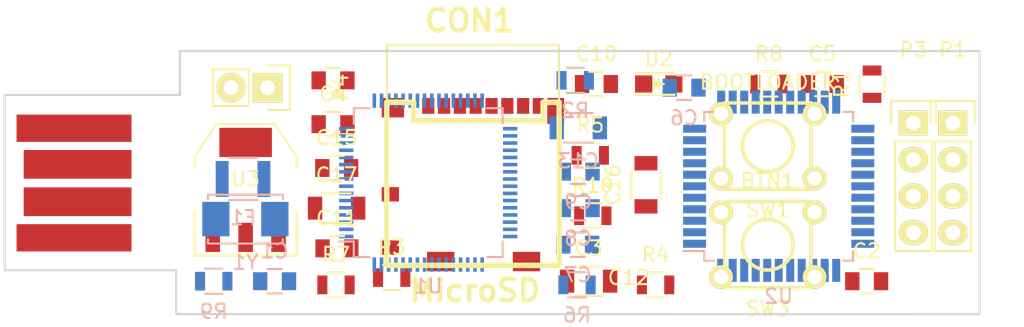
<source format=kicad_pcb>
(kicad_pcb (version 4) (host pcbnew 4.0.1-stable)

  (general
    (links 130)
    (no_connects 130)
    (area 95.7936 94.7456 167.285734 117.8354)
    (thickness 1.6)
    (drawings 8)
    (tracks 0)
    (zones 0)
    (modules 39)
    (nets 70)
  )

  (page USLetter)
  (title_block
    (title "Alice 3")
    (date 1/20/2016)
    (rev v1)
    (company "Earwig, Inc.")
  )

  (layers
    (0 F.Cu signal)
    (1 In1.Cu signal)
    (2 In2.Cu signal)
    (31 B.Cu signal)
    (32 B.Adhes user)
    (33 F.Adhes user)
    (34 B.Paste user)
    (35 F.Paste user)
    (36 B.SilkS user)
    (37 F.SilkS user)
    (38 B.Mask user)
    (39 F.Mask user)
    (40 Dwgs.User user)
    (41 Cmts.User user)
    (42 Eco1.User user)
    (43 Eco2.User user)
    (44 Edge.Cuts user)
    (45 Margin user)
    (46 B.CrtYd user)
    (47 F.CrtYd user)
    (48 B.Fab user)
    (49 F.Fab user)
  )

  (setup
    (last_trace_width 0.1524)
    (trace_clearance 0.1524)
    (zone_clearance 0.508)
    (zone_45_only no)
    (trace_min 0.1524)
    (segment_width 0.2)
    (edge_width 0.15)
    (via_size 0.6)
    (via_drill 0.4)
    (via_min_size 0.4)
    (via_min_drill 0.3)
    (uvia_size 0.3)
    (uvia_drill 0.1)
    (uvias_allowed no)
    (uvia_min_size 0.2)
    (uvia_min_drill 0.1)
    (pcb_text_width 0.3)
    (pcb_text_size 1.5 1.5)
    (mod_edge_width 0.15)
    (mod_text_size 1 1)
    (mod_text_width 0.15)
    (pad_size 4.064 4.064)
    (pad_drill 3.048)
    (pad_to_mask_clearance 0.2)
    (aux_axis_origin 0 0)
    (visible_elements FFFFFF7F)
    (pcbplotparams
      (layerselection 0x010f8_80000001)
      (usegerberextensions true)
      (excludeedgelayer true)
      (linewidth 0.100000)
      (plotframeref false)
      (viasonmask false)
      (mode 1)
      (useauxorigin false)
      (hpglpennumber 1)
      (hpglpenspeed 20)
      (hpglpendiameter 15)
      (hpglpenoverlay 2)
      (psnegative false)
      (psa4output false)
      (plotreference true)
      (plotvalue false)
      (plotinvisibletext false)
      (padsonsilk false)
      (subtractmaskfromsilk false)
      (outputformat 1)
      (mirror false)
      (drillshape 0)
      (scaleselection 1)
      (outputdirectory gerb))
  )

  (net 0 "")
  (net 1 +3V3)
  (net 2 GND)
  (net 3 +5V)
  (net 4 "Net-(C11-Pad1)")
  (net 5 "Net-(CON1-Pad8)")
  (net 6 "Net-(CON1-Pad1)")
  (net 7 "Net-(D1-Pad2)")
  (net 8 "Net-(D2-Pad1)")
  (net 9 USB_D_N)
  (net 10 USB_D_P)
  (net 11 "Net-(P3-Pad2)")
  (net 12 USB_DET)
  (net 13 /Z80_RESET)
  (net 14 /IORQ)
  (net 15 /WR)
  (net 16 /RD)
  (net 17 A7)
  (net 18 CLK)
  (net 19 D0)
  (net 20 D1)
  (net 21 D2)
  (net 22 D3)
  (net 23 D4)
  (net 24 D5)
  (net 25 D6)
  (net 26 D7)
  (net 27 A0)
  (net 28 A1)
  (net 29 A2)
  (net 30 A10)
  (net 31 A15)
  (net 32 /MREQ)
  (net 33 A4)
  (net 34 A14)
  (net 35 A13)
  (net 36 A12)
  (net 37 A8)
  (net 38 /HALT)
  (net 39 A11)
  (net 40 A3)
  (net 41 A9)
  (net 42 A6)
  (net 43 A5)
  (net 44 "Net-(F1-Pad1)")
  (net 45 "Net-(R1-Pad1)")
  (net 46 SD_CS)
  (net 47 SD_DI)
  (net 48 SD_SCK)
  (net 49 SD_DO)
  (net 50 "Net-(R3-Pad1)")
  (net 51 /INT)
  (net 52 BTN1)
  (net 53 "Net-(P3-Pad3)")
  (net 54 "Net-(C7-Pad1)")
  (net 55 "Net-(C8-Pad2)")
  (net 56 "Net-(C12-Pad1)")
  (net 57 "Net-(U2-Pad11)")
  (net 58 "Net-(U2-Pad17)")
  (net 59 "Net-(U2-Pad20)")
  (net 60 "Net-(U2-Pad24)")
  (net 61 "Net-(U2-Pad25)")
  (net 62 "Net-(U2-Pad33)")
  (net 63 "Net-(U2-Pad39)")
  (net 64 "Net-(U1-Pad43)")
  (net 65 PD2)
  (net 66 "Net-(P1-Pad3)")
  (net 67 "Net-(P3-Pad4)")
  (net 68 "Net-(P4-Pad1)")
  (net 69 "Net-(P4-Pad2)")

  (net_class Default "This is the default net class."
    (clearance 0.1524)
    (trace_width 0.1524)
    (via_dia 0.6)
    (via_drill 0.4)
    (uvia_dia 0.3)
    (uvia_drill 0.1)
    (add_net /HALT)
    (add_net /INT)
    (add_net /IORQ)
    (add_net /MREQ)
    (add_net /RD)
    (add_net /WR)
    (add_net /Z80_RESET)
    (add_net A0)
    (add_net A1)
    (add_net A10)
    (add_net A11)
    (add_net A12)
    (add_net A13)
    (add_net A14)
    (add_net A15)
    (add_net A2)
    (add_net A3)
    (add_net A4)
    (add_net A5)
    (add_net A6)
    (add_net A7)
    (add_net A8)
    (add_net A9)
    (add_net BTN1)
    (add_net CLK)
    (add_net D0)
    (add_net D1)
    (add_net D2)
    (add_net D3)
    (add_net D4)
    (add_net D5)
    (add_net D6)
    (add_net D7)
    (add_net "Net-(C11-Pad1)")
    (add_net "Net-(C12-Pad1)")
    (add_net "Net-(C7-Pad1)")
    (add_net "Net-(C8-Pad2)")
    (add_net "Net-(CON1-Pad1)")
    (add_net "Net-(CON1-Pad8)")
    (add_net "Net-(D1-Pad2)")
    (add_net "Net-(D2-Pad1)")
    (add_net "Net-(P1-Pad3)")
    (add_net "Net-(P3-Pad2)")
    (add_net "Net-(P3-Pad3)")
    (add_net "Net-(P3-Pad4)")
    (add_net "Net-(P4-Pad1)")
    (add_net "Net-(P4-Pad2)")
    (add_net "Net-(R1-Pad1)")
    (add_net "Net-(R3-Pad1)")
    (add_net "Net-(U1-Pad43)")
    (add_net "Net-(U2-Pad11)")
    (add_net "Net-(U2-Pad17)")
    (add_net "Net-(U2-Pad20)")
    (add_net "Net-(U2-Pad24)")
    (add_net "Net-(U2-Pad25)")
    (add_net "Net-(U2-Pad33)")
    (add_net "Net-(U2-Pad39)")
    (add_net PD2)
    (add_net SD_CS)
    (add_net SD_DI)
    (add_net SD_DO)
    (add_net SD_SCK)
    (add_net USB_DET)
    (add_net USB_D_N)
    (add_net USB_D_P)
  )

  (net_class Power ""
    (clearance 0.1524)
    (trace_width 0.2794)
    (via_dia 0.6)
    (via_drill 0.4)
    (uvia_dia 0.3)
    (uvia_drill 0.1)
    (add_net +3V3)
    (add_net +5V)
    (add_net GND)
    (add_net "Net-(F1-Pad1)")
  )

  (module Molex:microsd_1040310811 (layer F.Cu) (tedit 56D68CC7) (tstamp 56F23CF7)
    (at 128.837 102.112 180)
    (descr "MicroSD Card socket, Molex P/N 502774-0811")
    (path /568DBAE1/56BA79CB)
    (fp_text reference CON1 (at 0.23 5.69 180) (layer F.SilkS)
      (effects (font (thickness 0.3048)))
    )
    (fp_text value MicroSD (at -0.13 -13.09 180) (layer F.SilkS)
      (effects (font (thickness 0.3048)))
    )
    (fp_line (start 5.98 4) (end 5.98 0) (layer F.SilkS) (width 0.15))
    (fp_line (start -5.99 4) (end 5.97 4) (layer F.SilkS) (width 0.15))
    (fp_line (start -5.99 0) (end -5.99 4) (layer F.SilkS) (width 0.15))
    (fp_line (start 4.12 -1.28) (end 4.12 0) (layer F.SilkS) (width 0.381))
    (fp_line (start -4.88 -1.28) (end 4.12 -1.28) (layer F.SilkS) (width 0.381))
    (fp_line (start -4.88 0) (end -4.88 -1.28) (layer F.SilkS) (width 0.381))
    (fp_line (start -6 0) (end -4.88 0) (layer F.SilkS) (width 0.381))
    (fp_line (start -6 -11.34) (end 5.99 -11.34) (layer F.SilkS) (width 0.381))
    (fp_line (start 4.12 0) (end 5.99 0) (layer F.SilkS) (width 0.381))
    (fp_line (start -6 -11.29) (end -6 -0.02) (layer F.SilkS) (width 0.381))
    (fp_line (start 5.99 0) (end 5.99 -11.29) (layer F.SilkS) (width 0.381))
    (pad 1 smd rect (at 3.105 -0.25 180) (size 0.85 1.1) (layers F.Cu F.Paste F.Mask)
      (net 6 "Net-(CON1-Pad1)") (clearance 0.20066))
    (pad 2 smd rect (at 2.005 -0.25 180) (size 0.85 1.1) (layers F.Cu F.Paste F.Mask)
      (net 46 SD_CS) (clearance 0.20066))
    (pad 3 smd rect (at 0.905 -0.25 180) (size 0.85 1.1) (layers F.Cu F.Paste F.Mask)
      (net 47 SD_DI) (clearance 0.20066))
    (pad 4 smd rect (at -0.195 -0.25 180) (size 0.85 1.1) (layers F.Cu F.Paste F.Mask)
      (net 1 +3V3) (clearance 0.20066))
    (pad 5 smd rect (at -1.295 -0.25 180) (size 0.85 1.1) (layers F.Cu F.Paste F.Mask)
      (net 48 SD_SCK) (clearance 0.20066))
    (pad 6 smd rect (at -2.395 -0.25 180) (size 0.85 1.1) (layers F.Cu F.Paste F.Mask)
      (net 2 GND) (clearance 0.20066))
    (pad 7 smd rect (at -3.495 -0.25 180) (size 0.85 1.1) (layers F.Cu F.Paste F.Mask)
      (net 49 SD_DO) (clearance 0.20066))
    (pad 8 smd rect (at -4.545 -0.25 180) (size 0.75 1.1) (layers F.Cu F.Paste F.Mask)
      (net 5 "Net-(CON1-Pad8)") (clearance 0.20066))
    (pad CD1 smd rect (at 5.74 -6.4 180) (size 1.2 1) (layers F.Cu F.Paste F.Mask)
      (clearance 0.20066))
    (pad CD2 smd rect (at 5.74 -10.1 180) (size 1.2 1) (layers F.Cu F.Paste F.Mask)
      (clearance 0.20066))
    (pad "" smd rect (at 5.565 -0.375 180) (size 1.55 1.35) (layers F.Cu F.Paste F.Mask)
      (clearance 0.20066))
    (pad "" smd rect (at -5.755 -0.6 180) (size 1.17 1.8) (layers F.Cu F.Paste F.Mask)
      (clearance 0.20066))
    (pad "" smd rect (at -3.73 -11.075 180) (size 1.9 1.35) (layers F.Cu F.Paste F.Mask)
      (clearance 0.20066))
    (pad "" smd rect (at 2.24 -11.075 180) (size 1.9 1.35) (layers F.Cu F.Paste F.Mask)
      (clearance 0.20066))
  )

  (module Jac:00JG-PUSHBUTTON (layer F.Cu) (tedit 5350C3F0) (tstamp 56F23DC0)
    (at 149.352 112.014 180)
    (descr PTS645_13feb14.pdf)
    (tags PUSHBUTTON)
    (path /568DBAE1/56F1BCDA)
    (fp_text reference SW3 (at 0 -4.445 180) (layer F.SilkS)
      (effects (font (size 1 1) (thickness 0.15)))
    )
    (fp_text value BTN1 (at 0 4.445 180) (layer F.SilkS)
      (effects (font (size 1 1) (thickness 0.15)))
    )
    (fp_circle (center 0 0) (end 1.25 1.25) (layer F.SilkS) (width 0.25))
    (fp_line (start -3 -3) (end 3 -3) (layer F.SilkS) (width 0.25))
    (fp_line (start 3 -3) (end 3 3) (layer F.SilkS) (width 0.25))
    (fp_line (start 3 3) (end -3 3) (layer F.SilkS) (width 0.25))
    (fp_line (start -3 3) (end -3 -3) (layer F.SilkS) (width 0.25))
    (pad 1 thru_hole circle (at -3.25 -2.25 180) (size 1.65 1.65) (drill 1) (layers *.Cu *.Mask F.SilkS)
      (net 52 BTN1))
    (pad 1 thru_hole circle (at 3.25 -2.25 180) (size 1.65 1.65) (drill 1) (layers *.Cu *.Mask F.SilkS)
      (net 52 BTN1))
    (pad 2 thru_hole circle (at -3.25 2.25 180) (size 1.65 1.65) (drill 1) (layers *.Cu *.Mask F.SilkS)
      (net 1 +3V3))
    (pad 2 thru_hole circle (at 3.25 2.25 180) (size 1.65 1.65) (drill 1) (layers *.Cu *.Mask F.SilkS)
      (net 1 +3V3))
  )

  (module Jac:00JG-PUSHBUTTON (layer F.Cu) (tedit 5350C3F0) (tstamp 56F23DB0)
    (at 149.352 105.156 180)
    (descr PTS645_13feb14.pdf)
    (tags PUSHBUTTON)
    (path /568DBAE1/56F1878F)
    (fp_text reference SW1 (at 0 -4.445 180) (layer F.SilkS)
      (effects (font (size 1 1) (thickness 0.15)))
    )
    (fp_text value BOOTLOADER (at 0 4.445 180) (layer F.SilkS)
      (effects (font (size 1 1) (thickness 0.15)))
    )
    (fp_circle (center 0 0) (end 1.25 1.25) (layer F.SilkS) (width 0.25))
    (fp_line (start -3 -3) (end 3 -3) (layer F.SilkS) (width 0.25))
    (fp_line (start 3 -3) (end 3 3) (layer F.SilkS) (width 0.25))
    (fp_line (start 3 3) (end -3 3) (layer F.SilkS) (width 0.25))
    (fp_line (start -3 3) (end -3 -3) (layer F.SilkS) (width 0.25))
    (pad 1 thru_hole circle (at -3.25 -2.25 180) (size 1.65 1.65) (drill 1) (layers *.Cu *.Mask F.SilkS)
      (net 1 +3V3))
    (pad 1 thru_hole circle (at 3.25 -2.25 180) (size 1.65 1.65) (drill 1) (layers *.Cu *.Mask F.SilkS)
      (net 1 +3V3))
    (pad 2 thru_hole circle (at -3.25 2.25 180) (size 1.65 1.65) (drill 1) (layers *.Cu *.Mask F.SilkS)
      (net 45 "Net-(R1-Pad1)"))
    (pad 2 thru_hole circle (at 3.25 2.25 180) (size 1.65 1.65) (drill 1) (layers *.Cu *.Mask F.SilkS)
      (net 45 "Net-(R1-Pad1)"))
  )

  (module Capacitors_SMD:C_0805 (layer B.Cu) (tedit 5415D6EA) (tstamp 56F23BFC)
    (at 115.046 114.554 180)
    (descr "Capacitor SMD 0805, reflow soldering, AVX (see smccp.pdf)")
    (tags "capacitor 0805")
    (path /568DBAE1/56D370B5)
    (attr smd)
    (fp_text reference C1 (at 0 2.1 180) (layer B.SilkS)
      (effects (font (size 1 1) (thickness 0.15)) (justify mirror))
    )
    (fp_text value 1µ (at 0 -2.1 180) (layer B.Fab)
      (effects (font (size 1 1) (thickness 0.15)) (justify mirror))
    )
    (fp_line (start -1.8 1) (end 1.8 1) (layer B.CrtYd) (width 0.05))
    (fp_line (start -1.8 -1) (end 1.8 -1) (layer B.CrtYd) (width 0.05))
    (fp_line (start -1.8 1) (end -1.8 -1) (layer B.CrtYd) (width 0.05))
    (fp_line (start 1.8 1) (end 1.8 -1) (layer B.CrtYd) (width 0.05))
    (fp_line (start 0.5 0.85) (end -0.5 0.85) (layer B.SilkS) (width 0.15))
    (fp_line (start -0.5 -0.85) (end 0.5 -0.85) (layer B.SilkS) (width 0.15))
    (pad 1 smd rect (at -1 0 180) (size 1 1.25) (layers B.Cu B.Paste B.Mask)
      (net 2 GND))
    (pad 2 smd rect (at 1 0 180) (size 1 1.25) (layers B.Cu B.Paste B.Mask)
      (net 1 +3V3))
    (model Capacitors_SMD.3dshapes/C_0805.wrl
      (at (xyz 0 0 0))
      (scale (xyz 1 1 1))
      (rotate (xyz 0 0 0))
    )
  )

  (module Capacitors_SMD:C_0805 (layer F.Cu) (tedit 5415D6EA) (tstamp 56F23C08)
    (at 156.226 114.554)
    (descr "Capacitor SMD 0805, reflow soldering, AVX (see smccp.pdf)")
    (tags "capacitor 0805")
    (path /568DBAE1/56BAABEC)
    (attr smd)
    (fp_text reference C2 (at 0 -2.1) (layer F.SilkS)
      (effects (font (size 1 1) (thickness 0.15)))
    )
    (fp_text value 100nF (at 0 2.1) (layer F.Fab)
      (effects (font (size 1 1) (thickness 0.15)))
    )
    (fp_line (start -1.8 -1) (end 1.8 -1) (layer F.CrtYd) (width 0.05))
    (fp_line (start -1.8 1) (end 1.8 1) (layer F.CrtYd) (width 0.05))
    (fp_line (start -1.8 -1) (end -1.8 1) (layer F.CrtYd) (width 0.05))
    (fp_line (start 1.8 -1) (end 1.8 1) (layer F.CrtYd) (width 0.05))
    (fp_line (start 0.5 -0.85) (end -0.5 -0.85) (layer F.SilkS) (width 0.15))
    (fp_line (start -0.5 0.85) (end 0.5 0.85) (layer F.SilkS) (width 0.15))
    (pad 1 smd rect (at -1 0) (size 1 1.25) (layers F.Cu F.Paste F.Mask)
      (net 2 GND))
    (pad 2 smd rect (at 1 0) (size 1 1.25) (layers F.Cu F.Paste F.Mask)
      (net 1 +3V3))
    (model Capacitors_SMD.3dshapes/C_0805.wrl
      (at (xyz 0 0 0))
      (scale (xyz 1 1 1))
      (rotate (xyz 0 0 0))
    )
  )

  (module Capacitors_SMD:C_1206 (layer F.Cu) (tedit 5415D7BD) (tstamp 56F23C14)
    (at 136.882 114.554)
    (descr "Capacitor SMD 1206, reflow soldering, AVX (see smccp.pdf)")
    (tags "capacitor 1206")
    (path /568DBAE1/56D38446)
    (attr smd)
    (fp_text reference C3 (at 0 -2.3) (layer F.SilkS)
      (effects (font (size 1 1) (thickness 0.15)))
    )
    (fp_text value 4.7µ (at 0 2.3) (layer F.Fab)
      (effects (font (size 1 1) (thickness 0.15)))
    )
    (fp_line (start -2.3 -1.15) (end 2.3 -1.15) (layer F.CrtYd) (width 0.05))
    (fp_line (start -2.3 1.15) (end 2.3 1.15) (layer F.CrtYd) (width 0.05))
    (fp_line (start -2.3 -1.15) (end -2.3 1.15) (layer F.CrtYd) (width 0.05))
    (fp_line (start 2.3 -1.15) (end 2.3 1.15) (layer F.CrtYd) (width 0.05))
    (fp_line (start 1 -1.025) (end -1 -1.025) (layer F.SilkS) (width 0.15))
    (fp_line (start -1 1.025) (end 1 1.025) (layer F.SilkS) (width 0.15))
    (pad 1 smd rect (at -1.5 0) (size 1 1.6) (layers F.Cu F.Paste F.Mask)
      (net 2 GND))
    (pad 2 smd rect (at 1.5 0) (size 1 1.6) (layers F.Cu F.Paste F.Mask)
      (net 1 +3V3))
    (model Capacitors_SMD.3dshapes/C_1206.wrl
      (at (xyz 0 0 0))
      (scale (xyz 1 1 1))
      (rotate (xyz 0 0 0))
    )
  )

  (module Capacitors_SMD:C_0805 (layer F.Cu) (tedit 5415D6EA) (tstamp 56F23C20)
    (at 119.11 103.632)
    (descr "Capacitor SMD 0805, reflow soldering, AVX (see smccp.pdf)")
    (tags "capacitor 0805")
    (path /568DBAE1/56BAC974)
    (attr smd)
    (fp_text reference C4 (at 0 -2.1) (layer F.SilkS)
      (effects (font (size 1 1) (thickness 0.15)))
    )
    (fp_text value 100nF (at 0 2.1) (layer F.Fab)
      (effects (font (size 1 1) (thickness 0.15)))
    )
    (fp_line (start -1.8 -1) (end 1.8 -1) (layer F.CrtYd) (width 0.05))
    (fp_line (start -1.8 1) (end 1.8 1) (layer F.CrtYd) (width 0.05))
    (fp_line (start -1.8 -1) (end -1.8 1) (layer F.CrtYd) (width 0.05))
    (fp_line (start 1.8 -1) (end 1.8 1) (layer F.CrtYd) (width 0.05))
    (fp_line (start 0.5 -0.85) (end -0.5 -0.85) (layer F.SilkS) (width 0.15))
    (fp_line (start -0.5 0.85) (end 0.5 0.85) (layer F.SilkS) (width 0.15))
    (pad 1 smd rect (at -1 0) (size 1 1.25) (layers F.Cu F.Paste F.Mask)
      (net 2 GND))
    (pad 2 smd rect (at 1 0) (size 1 1.25) (layers F.Cu F.Paste F.Mask)
      (net 3 +5V))
    (model Capacitors_SMD.3dshapes/C_0805.wrl
      (at (xyz 0 0 0))
      (scale (xyz 1 1 1))
      (rotate (xyz 0 0 0))
    )
  )

  (module Capacitors_SMD:C_0805 (layer F.Cu) (tedit 5415D6EA) (tstamp 56F23C2C)
    (at 153.146 100.838)
    (descr "Capacitor SMD 0805, reflow soldering, AVX (see smccp.pdf)")
    (tags "capacitor 0805")
    (path /568DBAE1/56BAAB70)
    (attr smd)
    (fp_text reference C5 (at 0 -2.1) (layer F.SilkS)
      (effects (font (size 1 1) (thickness 0.15)))
    )
    (fp_text value 100nF (at 0 2.1) (layer F.Fab)
      (effects (font (size 1 1) (thickness 0.15)))
    )
    (fp_line (start -1.8 -1) (end 1.8 -1) (layer F.CrtYd) (width 0.05))
    (fp_line (start -1.8 1) (end 1.8 1) (layer F.CrtYd) (width 0.05))
    (fp_line (start -1.8 -1) (end -1.8 1) (layer F.CrtYd) (width 0.05))
    (fp_line (start 1.8 -1) (end 1.8 1) (layer F.CrtYd) (width 0.05))
    (fp_line (start 0.5 -0.85) (end -0.5 -0.85) (layer F.SilkS) (width 0.15))
    (fp_line (start -0.5 0.85) (end 0.5 0.85) (layer F.SilkS) (width 0.15))
    (pad 1 smd rect (at -1 0) (size 1 1.25) (layers F.Cu F.Paste F.Mask)
      (net 2 GND))
    (pad 2 smd rect (at 1 0) (size 1 1.25) (layers F.Cu F.Paste F.Mask)
      (net 1 +3V3))
    (model Capacitors_SMD.3dshapes/C_0805.wrl
      (at (xyz 0 0 0))
      (scale (xyz 1 1 1))
      (rotate (xyz 0 0 0))
    )
  )

  (module Capacitors_SMD:C_0805 (layer B.Cu) (tedit 5415D6EA) (tstamp 56F23C38)
    (at 143.526 101.092)
    (descr "Capacitor SMD 0805, reflow soldering, AVX (see smccp.pdf)")
    (tags "capacitor 0805")
    (path /568DBAE1/56BAAB11)
    (attr smd)
    (fp_text reference C6 (at 0 2.1) (layer B.SilkS)
      (effects (font (size 1 1) (thickness 0.15)) (justify mirror))
    )
    (fp_text value 100nF (at 0 -2.1) (layer B.Fab)
      (effects (font (size 1 1) (thickness 0.15)) (justify mirror))
    )
    (fp_line (start -1.8 1) (end 1.8 1) (layer B.CrtYd) (width 0.05))
    (fp_line (start -1.8 -1) (end 1.8 -1) (layer B.CrtYd) (width 0.05))
    (fp_line (start -1.8 1) (end -1.8 -1) (layer B.CrtYd) (width 0.05))
    (fp_line (start 1.8 1) (end 1.8 -1) (layer B.CrtYd) (width 0.05))
    (fp_line (start 0.5 0.85) (end -0.5 0.85) (layer B.SilkS) (width 0.15))
    (fp_line (start -0.5 -0.85) (end 0.5 -0.85) (layer B.SilkS) (width 0.15))
    (pad 1 smd rect (at -1 0) (size 1 1.25) (layers B.Cu B.Paste B.Mask)
      (net 2 GND))
    (pad 2 smd rect (at 1 0) (size 1 1.25) (layers B.Cu B.Paste B.Mask)
      (net 1 +3V3))
    (model Capacitors_SMD.3dshapes/C_0805.wrl
      (at (xyz 0 0 0))
      (scale (xyz 1 1 1))
      (rotate (xyz 0 0 0))
    )
  )

  (module Capacitors_SMD:C_0805 (layer B.Cu) (tedit 5415D6EA) (tstamp 56F23C44)
    (at 136.128 112.014)
    (descr "Capacitor SMD 0805, reflow soldering, AVX (see smccp.pdf)")
    (tags "capacitor 0805")
    (path /568DBAE1/56BA50E4)
    (attr smd)
    (fp_text reference C7 (at 0 2.1) (layer B.SilkS)
      (effects (font (size 1 1) (thickness 0.15)) (justify mirror))
    )
    (fp_text value 22pF (at 0 -2.1) (layer B.Fab)
      (effects (font (size 1 1) (thickness 0.15)) (justify mirror))
    )
    (fp_line (start -1.8 1) (end 1.8 1) (layer B.CrtYd) (width 0.05))
    (fp_line (start -1.8 -1) (end 1.8 -1) (layer B.CrtYd) (width 0.05))
    (fp_line (start -1.8 1) (end -1.8 -1) (layer B.CrtYd) (width 0.05))
    (fp_line (start 1.8 1) (end 1.8 -1) (layer B.CrtYd) (width 0.05))
    (fp_line (start 0.5 0.85) (end -0.5 0.85) (layer B.SilkS) (width 0.15))
    (fp_line (start -0.5 -0.85) (end 0.5 -0.85) (layer B.SilkS) (width 0.15))
    (pad 1 smd rect (at -1 0) (size 1 1.25) (layers B.Cu B.Paste B.Mask)
      (net 54 "Net-(C7-Pad1)"))
    (pad 2 smd rect (at 1 0) (size 1 1.25) (layers B.Cu B.Paste B.Mask)
      (net 2 GND))
    (model Capacitors_SMD.3dshapes/C_0805.wrl
      (at (xyz 0 0 0))
      (scale (xyz 1 1 1))
      (rotate (xyz 0 0 0))
    )
  )

  (module Capacitors_SMD:C_0805 (layer B.Cu) (tedit 5415D6EA) (tstamp 56F23C50)
    (at 136.16 109.474)
    (descr "Capacitor SMD 0805, reflow soldering, AVX (see smccp.pdf)")
    (tags "capacitor 0805")
    (path /568DBAE1/56BA5132)
    (attr smd)
    (fp_text reference C8 (at 0 2.1) (layer B.SilkS)
      (effects (font (size 1 1) (thickness 0.15)) (justify mirror))
    )
    (fp_text value 22pF (at 0 -2.1) (layer B.Fab)
      (effects (font (size 1 1) (thickness 0.15)) (justify mirror))
    )
    (fp_line (start -1.8 1) (end 1.8 1) (layer B.CrtYd) (width 0.05))
    (fp_line (start -1.8 -1) (end 1.8 -1) (layer B.CrtYd) (width 0.05))
    (fp_line (start -1.8 1) (end -1.8 -1) (layer B.CrtYd) (width 0.05))
    (fp_line (start 1.8 1) (end 1.8 -1) (layer B.CrtYd) (width 0.05))
    (fp_line (start 0.5 0.85) (end -0.5 0.85) (layer B.SilkS) (width 0.15))
    (fp_line (start -0.5 -0.85) (end 0.5 -0.85) (layer B.SilkS) (width 0.15))
    (pad 1 smd rect (at -1 0) (size 1 1.25) (layers B.Cu B.Paste B.Mask)
      (net 2 GND))
    (pad 2 smd rect (at 1 0) (size 1 1.25) (layers B.Cu B.Paste B.Mask)
      (net 55 "Net-(C8-Pad2)"))
    (model Capacitors_SMD.3dshapes/C_0805.wrl
      (at (xyz 0 0 0))
      (scale (xyz 1 1 1))
      (rotate (xyz 0 0 0))
    )
  )

  (module Capacitors_SMD:C_0805 (layer B.Cu) (tedit 5415D6EA) (tstamp 56F23C5C)
    (at 136.16 106.934)
    (descr "Capacitor SMD 0805, reflow soldering, AVX (see smccp.pdf)")
    (tags "capacitor 0805")
    (path /568DBAE1/56BAAAB5)
    (attr smd)
    (fp_text reference C9 (at 0 2.1) (layer B.SilkS)
      (effects (font (size 1 1) (thickness 0.15)) (justify mirror))
    )
    (fp_text value 100nF (at 0 -2.1) (layer B.Fab)
      (effects (font (size 1 1) (thickness 0.15)) (justify mirror))
    )
    (fp_line (start -1.8 1) (end 1.8 1) (layer B.CrtYd) (width 0.05))
    (fp_line (start -1.8 -1) (end 1.8 -1) (layer B.CrtYd) (width 0.05))
    (fp_line (start -1.8 1) (end -1.8 -1) (layer B.CrtYd) (width 0.05))
    (fp_line (start 1.8 1) (end 1.8 -1) (layer B.CrtYd) (width 0.05))
    (fp_line (start 0.5 0.85) (end -0.5 0.85) (layer B.SilkS) (width 0.15))
    (fp_line (start -0.5 -0.85) (end 0.5 -0.85) (layer B.SilkS) (width 0.15))
    (pad 1 smd rect (at -1 0) (size 1 1.25) (layers B.Cu B.Paste B.Mask)
      (net 2 GND))
    (pad 2 smd rect (at 1 0) (size 1 1.25) (layers B.Cu B.Paste B.Mask)
      (net 1 +3V3))
    (model Capacitors_SMD.3dshapes/C_0805.wrl
      (at (xyz 0 0 0))
      (scale (xyz 1 1 1))
      (rotate (xyz 0 0 0))
    )
  )

  (module Capacitors_SMD:C_0805 (layer F.Cu) (tedit 5415D6EA) (tstamp 56F23C68)
    (at 137.43 100.838)
    (descr "Capacitor SMD 0805, reflow soldering, AVX (see smccp.pdf)")
    (tags "capacitor 0805")
    (path /568DBAE1/56BAA92C)
    (attr smd)
    (fp_text reference C10 (at 0 -2.1) (layer F.SilkS)
      (effects (font (size 1 1) (thickness 0.15)))
    )
    (fp_text value 100nF (at 0 2.1) (layer F.Fab)
      (effects (font (size 1 1) (thickness 0.15)))
    )
    (fp_line (start -1.8 -1) (end 1.8 -1) (layer F.CrtYd) (width 0.05))
    (fp_line (start -1.8 1) (end 1.8 1) (layer F.CrtYd) (width 0.05))
    (fp_line (start -1.8 -1) (end -1.8 1) (layer F.CrtYd) (width 0.05))
    (fp_line (start 1.8 -1) (end 1.8 1) (layer F.CrtYd) (width 0.05))
    (fp_line (start 0.5 -0.85) (end -0.5 -0.85) (layer F.SilkS) (width 0.15))
    (fp_line (start -0.5 0.85) (end 0.5 0.85) (layer F.SilkS) (width 0.15))
    (pad 1 smd rect (at -1 0) (size 1 1.25) (layers F.Cu F.Paste F.Mask)
      (net 2 GND))
    (pad 2 smd rect (at 1 0) (size 1 1.25) (layers F.Cu F.Paste F.Mask)
      (net 1 +3V3))
    (model Capacitors_SMD.3dshapes/C_0805.wrl
      (at (xyz 0 0 0))
      (scale (xyz 1 1 1))
      (rotate (xyz 0 0 0))
    )
  )

  (module Capacitors_SMD:C_0805 (layer F.Cu) (tedit 5415D6EA) (tstamp 56F23C74)
    (at 119.38 112.268)
    (descr "Capacitor SMD 0805, reflow soldering, AVX (see smccp.pdf)")
    (tags "capacitor 0805")
    (path /568DBAE1/56BA543D)
    (attr smd)
    (fp_text reference C11 (at 0 -2.1) (layer F.SilkS)
      (effects (font (size 1 1) (thickness 0.15)))
    )
    (fp_text value 2.2µF (at 0 2.1) (layer F.Fab)
      (effects (font (size 1 1) (thickness 0.15)))
    )
    (fp_line (start -1.8 -1) (end 1.8 -1) (layer F.CrtYd) (width 0.05))
    (fp_line (start -1.8 1) (end 1.8 1) (layer F.CrtYd) (width 0.05))
    (fp_line (start -1.8 -1) (end -1.8 1) (layer F.CrtYd) (width 0.05))
    (fp_line (start 1.8 -1) (end 1.8 1) (layer F.CrtYd) (width 0.05))
    (fp_line (start 0.5 -0.85) (end -0.5 -0.85) (layer F.SilkS) (width 0.15))
    (fp_line (start -0.5 0.85) (end 0.5 0.85) (layer F.SilkS) (width 0.15))
    (pad 1 smd rect (at -1 0) (size 1 1.25) (layers F.Cu F.Paste F.Mask)
      (net 4 "Net-(C11-Pad1)"))
    (pad 2 smd rect (at 1 0) (size 1 1.25) (layers F.Cu F.Paste F.Mask)
      (net 2 GND))
    (model Capacitors_SMD.3dshapes/C_0805.wrl
      (at (xyz 0 0 0))
      (scale (xyz 1 1 1))
      (rotate (xyz 0 0 0))
    )
  )

  (module Capacitors_SMD:C_0805 (layer F.Cu) (tedit 5415D6EA) (tstamp 56F23C80)
    (at 119.11 100.584)
    (descr "Capacitor SMD 0805, reflow soldering, AVX (see smccp.pdf)")
    (tags "capacitor 0805")
    (path /568DBAE1/56BA5533)
    (attr smd)
    (fp_text reference C12 (at 20.558 13.716) (layer F.SilkS)
      (effects (font (size 1 1) (thickness 0.15)))
    )
    (fp_text value 2.2µF (at 0 2.1) (layer F.Fab)
      (effects (font (size 1 1) (thickness 0.15)))
    )
    (fp_line (start -1.8 -1) (end 1.8 -1) (layer F.CrtYd) (width 0.05))
    (fp_line (start -1.8 1) (end 1.8 1) (layer F.CrtYd) (width 0.05))
    (fp_line (start -1.8 -1) (end -1.8 1) (layer F.CrtYd) (width 0.05))
    (fp_line (start 1.8 -1) (end 1.8 1) (layer F.CrtYd) (width 0.05))
    (fp_line (start 0.5 -0.85) (end -0.5 -0.85) (layer F.SilkS) (width 0.15))
    (fp_line (start -0.5 0.85) (end 0.5 0.85) (layer F.SilkS) (width 0.15))
    (pad 1 smd rect (at -1 0) (size 1 1.25) (layers F.Cu F.Paste F.Mask)
      (net 56 "Net-(C12-Pad1)"))
    (pad 2 smd rect (at 1 0) (size 1 1.25) (layers F.Cu F.Paste F.Mask)
      (net 2 GND))
    (model Capacitors_SMD.3dshapes/C_0805.wrl
      (at (xyz 0 0 0))
      (scale (xyz 1 1 1))
      (rotate (xyz 0 0 0))
    )
  )

  (module Capacitors_SMD:C_1206 (layer B.Cu) (tedit 5415D7BD) (tstamp 56F23C8C)
    (at 136.168 103.886)
    (descr "Capacitor SMD 1206, reflow soldering, AVX (see smccp.pdf)")
    (tags "capacitor 1206")
    (path /568DBAE1/568A9C8C)
    (attr smd)
    (fp_text reference C13 (at 0 2.3) (layer B.SilkS)
      (effects (font (size 1 1) (thickness 0.15)) (justify mirror))
    )
    (fp_text value 10µF (at 0 -2.3) (layer B.Fab)
      (effects (font (size 1 1) (thickness 0.15)) (justify mirror))
    )
    (fp_line (start -2.3 1.15) (end 2.3 1.15) (layer B.CrtYd) (width 0.05))
    (fp_line (start -2.3 -1.15) (end 2.3 -1.15) (layer B.CrtYd) (width 0.05))
    (fp_line (start -2.3 1.15) (end -2.3 -1.15) (layer B.CrtYd) (width 0.05))
    (fp_line (start 2.3 1.15) (end 2.3 -1.15) (layer B.CrtYd) (width 0.05))
    (fp_line (start 1 1.025) (end -1 1.025) (layer B.SilkS) (width 0.15))
    (fp_line (start -1 -1.025) (end 1 -1.025) (layer B.SilkS) (width 0.15))
    (pad 1 smd rect (at -1.5 0) (size 1 1.6) (layers B.Cu B.Paste B.Mask)
      (net 1 +3V3))
    (pad 2 smd rect (at 1.5 0) (size 1 1.6) (layers B.Cu B.Paste B.Mask)
      (net 2 GND))
    (model Capacitors_SMD.3dshapes/C_1206.wrl
      (at (xyz 0 0 0))
      (scale (xyz 1 1 1))
      (rotate (xyz 0 0 0))
    )
  )

  (module Capacitors_SMD:C_0805 (layer F.Cu) (tedit 5415D6EA) (tstamp 56F23CCD)
    (at 119.364 106.68)
    (descr "Capacitor SMD 0805, reflow soldering, AVX (see smccp.pdf)")
    (tags "capacitor 0805")
    (path /568DDBCB/56A06CFE)
    (attr smd)
    (fp_text reference C15 (at 0 -2.1) (layer F.SilkS)
      (effects (font (size 1 1) (thickness 0.15)))
    )
    (fp_text value "0.1 µF" (at 0 2.1) (layer F.Fab)
      (effects (font (size 1 1) (thickness 0.15)))
    )
    (fp_line (start -1.8 -1) (end 1.8 -1) (layer F.CrtYd) (width 0.05))
    (fp_line (start -1.8 1) (end 1.8 1) (layer F.CrtYd) (width 0.05))
    (fp_line (start -1.8 -1) (end -1.8 1) (layer F.CrtYd) (width 0.05))
    (fp_line (start 1.8 -1) (end 1.8 1) (layer F.CrtYd) (width 0.05))
    (fp_line (start 0.5 -0.85) (end -0.5 -0.85) (layer F.SilkS) (width 0.15))
    (fp_line (start -0.5 0.85) (end 0.5 0.85) (layer F.SilkS) (width 0.15))
    (pad 1 smd rect (at -1 0) (size 1 1.25) (layers F.Cu F.Paste F.Mask)
      (net 1 +3V3))
    (pad 2 smd rect (at 1 0) (size 1 1.25) (layers F.Cu F.Paste F.Mask)
      (net 2 GND))
    (model Capacitors_SMD.3dshapes/C_0805.wrl
      (at (xyz 0 0 0))
      (scale (xyz 1 1 1))
      (rotate (xyz 0 0 0))
    )
  )

  (module Capacitors_SMD:C_1206 (layer F.Cu) (tedit 5415D7BD) (tstamp 56F23CD9)
    (at 140.875 107.85 90)
    (descr "Capacitor SMD 1206, reflow soldering, AVX (see smccp.pdf)")
    (tags "capacitor 1206")
    (path /56BA9956/56BA78F3)
    (attr smd)
    (fp_text reference C16 (at 0 -2.3 90) (layer F.SilkS)
      (effects (font (size 1 1) (thickness 0.15)))
    )
    (fp_text value 10µF (at 0 2.3 90) (layer F.Fab)
      (effects (font (size 1 1) (thickness 0.15)))
    )
    (fp_line (start -2.3 -1.15) (end 2.3 -1.15) (layer F.CrtYd) (width 0.05))
    (fp_line (start -2.3 1.15) (end 2.3 1.15) (layer F.CrtYd) (width 0.05))
    (fp_line (start -2.3 -1.15) (end -2.3 1.15) (layer F.CrtYd) (width 0.05))
    (fp_line (start 2.3 -1.15) (end 2.3 1.15) (layer F.CrtYd) (width 0.05))
    (fp_line (start 1 -1.025) (end -1 -1.025) (layer F.SilkS) (width 0.15))
    (fp_line (start -1 1.025) (end 1 1.025) (layer F.SilkS) (width 0.15))
    (pad 1 smd rect (at -1.5 0 90) (size 1 1.6) (layers F.Cu F.Paste F.Mask)
      (net 3 +5V))
    (pad 2 smd rect (at 1.5 0 90) (size 1 1.6) (layers F.Cu F.Paste F.Mask)
      (net 2 GND))
    (model Capacitors_SMD.3dshapes/C_1206.wrl
      (at (xyz 0 0 0))
      (scale (xyz 1 1 1))
      (rotate (xyz 0 0 0))
    )
  )

  (module Capacitors_SMD:C_1206 (layer F.Cu) (tedit 5415D7BD) (tstamp 56F23CE5)
    (at 119.356 109.474)
    (descr "Capacitor SMD 1206, reflow soldering, AVX (see smccp.pdf)")
    (tags "capacitor 1206")
    (path /56BA9956/56BA7930)
    (attr smd)
    (fp_text reference C17 (at 0 -2.3) (layer F.SilkS)
      (effects (font (size 1 1) (thickness 0.15)))
    )
    (fp_text value 10µF (at 0 2.3) (layer F.Fab)
      (effects (font (size 1 1) (thickness 0.15)))
    )
    (fp_line (start -2.3 -1.15) (end 2.3 -1.15) (layer F.CrtYd) (width 0.05))
    (fp_line (start -2.3 1.15) (end 2.3 1.15) (layer F.CrtYd) (width 0.05))
    (fp_line (start -2.3 -1.15) (end -2.3 1.15) (layer F.CrtYd) (width 0.05))
    (fp_line (start 2.3 -1.15) (end 2.3 1.15) (layer F.CrtYd) (width 0.05))
    (fp_line (start 1 -1.025) (end -1 -1.025) (layer F.SilkS) (width 0.15))
    (fp_line (start -1 1.025) (end 1 1.025) (layer F.SilkS) (width 0.15))
    (pad 1 smd rect (at -1.5 0) (size 1 1.6) (layers F.Cu F.Paste F.Mask)
      (net 1 +3V3))
    (pad 2 smd rect (at 1.5 0) (size 1 1.6) (layers F.Cu F.Paste F.Mask)
      (net 2 GND))
    (model Capacitors_SMD.3dshapes/C_1206.wrl
      (at (xyz 0 0 0))
      (scale (xyz 1 1 1))
      (rotate (xyz 0 0 0))
    )
  )

  (module LEDs:LED_0805 (layer F.Cu) (tedit 55BDE1C2) (tstamp 56F23D0A)
    (at 141.76502 100.838)
    (descr "LED 0805 smd package")
    (tags "LED 0805 SMD")
    (path /568DBAE1/56A0884E)
    (attr smd)
    (fp_text reference D2 (at 0 -1.75) (layer F.SilkS)
      (effects (font (size 1 1) (thickness 0.15)))
    )
    (fp_text value POWER (at 0 1.75) (layer F.Fab)
      (effects (font (size 1 1) (thickness 0.15)))
    )
    (fp_line (start -1.6 0.75) (end 1.1 0.75) (layer F.SilkS) (width 0.15))
    (fp_line (start -1.6 -0.75) (end 1.1 -0.75) (layer F.SilkS) (width 0.15))
    (fp_line (start -0.1 0.15) (end -0.1 -0.1) (layer F.SilkS) (width 0.15))
    (fp_line (start -0.1 -0.1) (end -0.25 0.05) (layer F.SilkS) (width 0.15))
    (fp_line (start -0.35 -0.35) (end -0.35 0.35) (layer F.SilkS) (width 0.15))
    (fp_line (start 0 0) (end 0.35 0) (layer F.SilkS) (width 0.15))
    (fp_line (start -0.35 0) (end 0 -0.35) (layer F.SilkS) (width 0.15))
    (fp_line (start 0 -0.35) (end 0 0.35) (layer F.SilkS) (width 0.15))
    (fp_line (start 0 0.35) (end -0.35 0) (layer F.SilkS) (width 0.15))
    (fp_line (start 1.9 -0.95) (end 1.9 0.95) (layer F.CrtYd) (width 0.05))
    (fp_line (start 1.9 0.95) (end -1.9 0.95) (layer F.CrtYd) (width 0.05))
    (fp_line (start -1.9 0.95) (end -1.9 -0.95) (layer F.CrtYd) (width 0.05))
    (fp_line (start -1.9 -0.95) (end 1.9 -0.95) (layer F.CrtYd) (width 0.05))
    (pad 2 smd rect (at 1.04902 0 180) (size 1.19888 1.19888) (layers F.Cu F.Paste F.Mask)
      (net 1 +3V3))
    (pad 1 smd rect (at -1.04902 0 180) (size 1.19888 1.19888) (layers F.Cu F.Paste F.Mask)
      (net 8 "Net-(D2-Pad1)"))
    (model LEDs.3dshapes/LED_0805.wrl
      (at (xyz 0 0 0))
      (scale (xyz 1 1 1))
      (rotate (xyz 0 0 0))
    )
  )

  (module Resistors_SMD:R_1210 (layer B.Cu) (tedit 5415D182) (tstamp 56F23D16)
    (at 112.85 107.442)
    (descr "Resistor SMD 1210, reflow soldering, Vishay (see dcrcw.pdf)")
    (tags "resistor 1210")
    (path /568DBAE1/56D390B2)
    (attr smd)
    (fp_text reference F1 (at 0 2.7) (layer B.SilkS)
      (effects (font (size 1 1) (thickness 0.15)) (justify mirror))
    )
    (fp_text value F_Small (at 19.304 5.588) (layer B.Fab)
      (effects (font (size 1 1) (thickness 0.15)) (justify mirror))
    )
    (fp_line (start -2.2 1.6) (end 2.2 1.6) (layer B.CrtYd) (width 0.05))
    (fp_line (start -2.2 -1.6) (end 2.2 -1.6) (layer B.CrtYd) (width 0.05))
    (fp_line (start -2.2 1.6) (end -2.2 -1.6) (layer B.CrtYd) (width 0.05))
    (fp_line (start 2.2 1.6) (end 2.2 -1.6) (layer B.CrtYd) (width 0.05))
    (fp_line (start 1 -1.475) (end -1 -1.475) (layer B.SilkS) (width 0.15))
    (fp_line (start -1 1.475) (end 1 1.475) (layer B.SilkS) (width 0.15))
    (pad 1 smd rect (at -1.45 0) (size 0.9 2.5) (layers B.Cu B.Paste B.Mask)
      (net 44 "Net-(F1-Pad1)"))
    (pad 2 smd rect (at 1.45 0) (size 0.9 2.5) (layers B.Cu B.Paste B.Mask)
      (net 3 +5V))
    (model Resistors_SMD.3dshapes/R_1210.wrl
      (at (xyz 0 0 0))
      (scale (xyz 1 1 1))
      (rotate (xyz 0 0 0))
    )
  )

  (module Resistors_SMD:R_0805 (layer F.Cu) (tedit 5415CDEB) (tstamp 56F23D3C)
    (at 156.6 100.85 90)
    (descr "Resistor SMD 0805, reflow soldering, Vishay (see dcrcw.pdf)")
    (tags "resistor 0805")
    (path /568DBAE1/56BA6423)
    (attr smd)
    (fp_text reference R1 (at 0 -2.1 90) (layer F.SilkS)
      (effects (font (size 1 1) (thickness 0.15)))
    )
    (fp_text value 10k (at 0 2.1 90) (layer F.Fab)
      (effects (font (size 1 1) (thickness 0.15)))
    )
    (fp_line (start -1.6 -1) (end 1.6 -1) (layer F.CrtYd) (width 0.05))
    (fp_line (start -1.6 1) (end 1.6 1) (layer F.CrtYd) (width 0.05))
    (fp_line (start -1.6 -1) (end -1.6 1) (layer F.CrtYd) (width 0.05))
    (fp_line (start 1.6 -1) (end 1.6 1) (layer F.CrtYd) (width 0.05))
    (fp_line (start 0.6 0.875) (end -0.6 0.875) (layer F.SilkS) (width 0.15))
    (fp_line (start -0.6 -0.875) (end 0.6 -0.875) (layer F.SilkS) (width 0.15))
    (pad 1 smd rect (at -0.95 0 90) (size 0.7 1.3) (layers F.Cu F.Paste F.Mask)
      (net 45 "Net-(R1-Pad1)"))
    (pad 2 smd rect (at 0.95 0 90) (size 0.7 1.3) (layers F.Cu F.Paste F.Mask)
      (net 2 GND))
    (model Resistors_SMD.3dshapes/R_0805.wrl
      (at (xyz 0 0 0))
      (scale (xyz 1 1 1))
      (rotate (xyz 0 0 0))
    )
  )

  (module Resistors_SMD:R_0805 (layer B.Cu) (tedit 5415CDEB) (tstamp 56F23D48)
    (at 135.956 100.584)
    (descr "Resistor SMD 0805, reflow soldering, Vishay (see dcrcw.pdf)")
    (tags "resistor 0805")
    (path /568DBAE1/56BAC147)
    (attr smd)
    (fp_text reference R2 (at 0 2.1) (layer B.SilkS)
      (effects (font (size 1 1) (thickness 0.15)) (justify mirror))
    )
    (fp_text value 220 (at 0 -2.1) (layer B.Fab)
      (effects (font (size 1 1) (thickness 0.15)) (justify mirror))
    )
    (fp_line (start -1.6 1) (end 1.6 1) (layer B.CrtYd) (width 0.05))
    (fp_line (start -1.6 -1) (end 1.6 -1) (layer B.CrtYd) (width 0.05))
    (fp_line (start -1.6 1) (end -1.6 -1) (layer B.CrtYd) (width 0.05))
    (fp_line (start 1.6 1) (end 1.6 -1) (layer B.CrtYd) (width 0.05))
    (fp_line (start 0.6 -0.875) (end -0.6 -0.875) (layer B.SilkS) (width 0.15))
    (fp_line (start -0.6 0.875) (end 0.6 0.875) (layer B.SilkS) (width 0.15))
    (pad 1 smd rect (at -0.95 0) (size 0.7 1.3) (layers B.Cu B.Paste B.Mask)
      (net 12 USB_DET))
    (pad 2 smd rect (at 0.95 0) (size 0.7 1.3) (layers B.Cu B.Paste B.Mask)
      (net 3 +5V))
    (model Resistors_SMD.3dshapes/R_0805.wrl
      (at (xyz 0 0 0))
      (scale (xyz 1 1 1))
      (rotate (xyz 0 0 0))
    )
  )

  (module Resistors_SMD:R_0805 (layer F.Cu) (tedit 5415CDEB) (tstamp 56F23D54)
    (at 123.19 114.3)
    (descr "Resistor SMD 0805, reflow soldering, Vishay (see dcrcw.pdf)")
    (tags "resistor 0805")
    (path /568DBAE1/56D3C114)
    (attr smd)
    (fp_text reference R3 (at 0 -2.1) (layer F.SilkS)
      (effects (font (size 1 1) (thickness 0.15)))
    )
    (fp_text value 10k (at 0 2.1) (layer F.Fab)
      (effects (font (size 1 1) (thickness 0.15)))
    )
    (fp_line (start -1.6 -1) (end 1.6 -1) (layer F.CrtYd) (width 0.05))
    (fp_line (start -1.6 1) (end 1.6 1) (layer F.CrtYd) (width 0.05))
    (fp_line (start -1.6 -1) (end -1.6 1) (layer F.CrtYd) (width 0.05))
    (fp_line (start 1.6 -1) (end 1.6 1) (layer F.CrtYd) (width 0.05))
    (fp_line (start 0.6 0.875) (end -0.6 0.875) (layer F.SilkS) (width 0.15))
    (fp_line (start -0.6 -0.875) (end 0.6 -0.875) (layer F.SilkS) (width 0.15))
    (pad 1 smd rect (at -0.95 0) (size 0.7 1.3) (layers F.Cu F.Paste F.Mask)
      (net 50 "Net-(R3-Pad1)"))
    (pad 2 smd rect (at 0.95 0) (size 0.7 1.3) (layers F.Cu F.Paste F.Mask)
      (net 2 GND))
    (model Resistors_SMD.3dshapes/R_0805.wrl
      (at (xyz 0 0 0))
      (scale (xyz 1 1 1))
      (rotate (xyz 0 0 0))
    )
  )

  (module Resistors_SMD:R_0805 (layer F.Cu) (tedit 5415CDEB) (tstamp 56F23D60)
    (at 141.544 114.808)
    (descr "Resistor SMD 0805, reflow soldering, Vishay (see dcrcw.pdf)")
    (tags "resistor 0805")
    (path /568DBAE1/56D3C19F)
    (attr smd)
    (fp_text reference R4 (at 0 -2.1) (layer F.SilkS)
      (effects (font (size 1 1) (thickness 0.15)))
    )
    (fp_text value 100 (at 0 2.1) (layer F.Fab)
      (effects (font (size 1 1) (thickness 0.15)))
    )
    (fp_line (start -1.6 -1) (end 1.6 -1) (layer F.CrtYd) (width 0.05))
    (fp_line (start -1.6 1) (end 1.6 1) (layer F.CrtYd) (width 0.05))
    (fp_line (start -1.6 -1) (end -1.6 1) (layer F.CrtYd) (width 0.05))
    (fp_line (start 1.6 -1) (end 1.6 1) (layer F.CrtYd) (width 0.05))
    (fp_line (start 0.6 0.875) (end -0.6 0.875) (layer F.SilkS) (width 0.15))
    (fp_line (start -0.6 -0.875) (end 0.6 -0.875) (layer F.SilkS) (width 0.15))
    (pad 1 smd rect (at -0.95 0) (size 0.7 1.3) (layers F.Cu F.Paste F.Mask)
      (net 50 "Net-(R3-Pad1)"))
    (pad 2 smd rect (at 0.95 0) (size 0.7 1.3) (layers F.Cu F.Paste F.Mask)
      (net 7 "Net-(D1-Pad2)"))
    (model Resistors_SMD.3dshapes/R_0805.wrl
      (at (xyz 0 0 0))
      (scale (xyz 1 1 1))
      (rotate (xyz 0 0 0))
    )
  )

  (module Resistors_SMD:R_0805 (layer F.Cu) (tedit 5415CDEB) (tstamp 56F23D6C)
    (at 137 105.8)
    (descr "Resistor SMD 0805, reflow soldering, Vishay (see dcrcw.pdf)")
    (tags "resistor 0805")
    (path /568DBAE1/5689A887)
    (attr smd)
    (fp_text reference R5 (at 0 -2.1) (layer F.SilkS)
      (effects (font (size 1 1) (thickness 0.15)))
    )
    (fp_text value 68K (at 0 2.1) (layer F.Fab)
      (effects (font (size 1 1) (thickness 0.15)))
    )
    (fp_line (start -1.6 -1) (end 1.6 -1) (layer F.CrtYd) (width 0.05))
    (fp_line (start -1.6 1) (end 1.6 1) (layer F.CrtYd) (width 0.05))
    (fp_line (start -1.6 -1) (end -1.6 1) (layer F.CrtYd) (width 0.05))
    (fp_line (start 1.6 -1) (end 1.6 1) (layer F.CrtYd) (width 0.05))
    (fp_line (start 0.6 0.875) (end -0.6 0.875) (layer F.SilkS) (width 0.15))
    (fp_line (start -0.6 -0.875) (end 0.6 -0.875) (layer F.SilkS) (width 0.15))
    (pad 1 smd rect (at -0.95 0) (size 0.7 1.3) (layers F.Cu F.Paste F.Mask)
      (net 1 +3V3))
    (pad 2 smd rect (at 0.95 0) (size 0.7 1.3) (layers F.Cu F.Paste F.Mask)
      (net 49 SD_DO))
    (model Resistors_SMD.3dshapes/R_0805.wrl
      (at (xyz 0 0 0))
      (scale (xyz 1 1 1))
      (rotate (xyz 0 0 0))
    )
  )

  (module Resistors_SMD:R_0805 (layer B.Cu) (tedit 5415CDEB) (tstamp 56F23D78)
    (at 136.078 114.808)
    (descr "Resistor SMD 0805, reflow soldering, Vishay (see dcrcw.pdf)")
    (tags "resistor 0805")
    (path /568DBAE1/5689A7FF)
    (attr smd)
    (fp_text reference R6 (at 0 2.1) (layer B.SilkS)
      (effects (font (size 1 1) (thickness 0.15)) (justify mirror))
    )
    (fp_text value 68K (at 0 -2.1) (layer B.Fab)
      (effects (font (size 1 1) (thickness 0.15)) (justify mirror))
    )
    (fp_line (start -1.6 1) (end 1.6 1) (layer B.CrtYd) (width 0.05))
    (fp_line (start -1.6 -1) (end 1.6 -1) (layer B.CrtYd) (width 0.05))
    (fp_line (start -1.6 1) (end -1.6 -1) (layer B.CrtYd) (width 0.05))
    (fp_line (start 1.6 1) (end 1.6 -1) (layer B.CrtYd) (width 0.05))
    (fp_line (start 0.6 -0.875) (end -0.6 -0.875) (layer B.SilkS) (width 0.15))
    (fp_line (start -0.6 0.875) (end 0.6 0.875) (layer B.SilkS) (width 0.15))
    (pad 1 smd rect (at -0.95 0) (size 0.7 1.3) (layers B.Cu B.Paste B.Mask)
      (net 1 +3V3))
    (pad 2 smd rect (at 0.95 0) (size 0.7 1.3) (layers B.Cu B.Paste B.Mask)
      (net 48 SD_SCK))
    (model Resistors_SMD.3dshapes/R_0805.wrl
      (at (xyz 0 0 0))
      (scale (xyz 1 1 1))
      (rotate (xyz 0 0 0))
    )
  )

  (module Resistors_SMD:R_0805 (layer F.Cu) (tedit 5415CDEB) (tstamp 56F23D84)
    (at 119.314 114.808)
    (descr "Resistor SMD 0805, reflow soldering, Vishay (see dcrcw.pdf)")
    (tags "resistor 0805")
    (path /568DBAE1/5689A6F4)
    (attr smd)
    (fp_text reference R7 (at 0 -2.1) (layer F.SilkS)
      (effects (font (size 1 1) (thickness 0.15)))
    )
    (fp_text value 68K (at 0 2.1) (layer F.Fab)
      (effects (font (size 1 1) (thickness 0.15)))
    )
    (fp_line (start -1.6 -1) (end 1.6 -1) (layer F.CrtYd) (width 0.05))
    (fp_line (start -1.6 1) (end 1.6 1) (layer F.CrtYd) (width 0.05))
    (fp_line (start -1.6 -1) (end -1.6 1) (layer F.CrtYd) (width 0.05))
    (fp_line (start 1.6 -1) (end 1.6 1) (layer F.CrtYd) (width 0.05))
    (fp_line (start 0.6 0.875) (end -0.6 0.875) (layer F.SilkS) (width 0.15))
    (fp_line (start -0.6 -0.875) (end 0.6 -0.875) (layer F.SilkS) (width 0.15))
    (pad 1 smd rect (at -0.95 0) (size 0.7 1.3) (layers F.Cu F.Paste F.Mask)
      (net 1 +3V3))
    (pad 2 smd rect (at 0.95 0) (size 0.7 1.3) (layers F.Cu F.Paste F.Mask)
      (net 47 SD_DI))
    (model Resistors_SMD.3dshapes/R_0805.wrl
      (at (xyz 0 0 0))
      (scale (xyz 1 1 1))
      (rotate (xyz 0 0 0))
    )
  )

  (module Resistors_SMD:R_0805 (layer F.Cu) (tedit 5415CDEB) (tstamp 56F23D90)
    (at 149.418 100.838)
    (descr "Resistor SMD 0805, reflow soldering, Vishay (see dcrcw.pdf)")
    (tags "resistor 0805")
    (path /568DBAE1/5689A7DE)
    (attr smd)
    (fp_text reference R8 (at 0 -2.1) (layer F.SilkS)
      (effects (font (size 1 1) (thickness 0.15)))
    )
    (fp_text value 68K (at 0 2.1) (layer F.Fab)
      (effects (font (size 1 1) (thickness 0.15)))
    )
    (fp_line (start -1.6 -1) (end 1.6 -1) (layer F.CrtYd) (width 0.05))
    (fp_line (start -1.6 1) (end 1.6 1) (layer F.CrtYd) (width 0.05))
    (fp_line (start -1.6 -1) (end -1.6 1) (layer F.CrtYd) (width 0.05))
    (fp_line (start 1.6 -1) (end 1.6 1) (layer F.CrtYd) (width 0.05))
    (fp_line (start 0.6 0.875) (end -0.6 0.875) (layer F.SilkS) (width 0.15))
    (fp_line (start -0.6 -0.875) (end 0.6 -0.875) (layer F.SilkS) (width 0.15))
    (pad 1 smd rect (at -0.95 0) (size 0.7 1.3) (layers F.Cu F.Paste F.Mask)
      (net 1 +3V3))
    (pad 2 smd rect (at 0.95 0) (size 0.7 1.3) (layers F.Cu F.Paste F.Mask)
      (net 46 SD_CS))
    (model Resistors_SMD.3dshapes/R_0805.wrl
      (at (xyz 0 0 0))
      (scale (xyz 1 1 1))
      (rotate (xyz 0 0 0))
    )
  )

  (module Resistors_SMD:R_0805 (layer B.Cu) (tedit 5415CDEB) (tstamp 56F23D9C)
    (at 110.81 114.554)
    (descr "Resistor SMD 0805, reflow soldering, Vishay (see dcrcw.pdf)")
    (tags "resistor 0805")
    (path /568DBAE1/56A08855)
    (attr smd)
    (fp_text reference R9 (at 0 2.1) (layer B.SilkS)
      (effects (font (size 1 1) (thickness 0.15)) (justify mirror))
    )
    (fp_text value 100 (at 0 -2.1) (layer B.Fab)
      (effects (font (size 1 1) (thickness 0.15)) (justify mirror))
    )
    (fp_line (start -1.6 1) (end 1.6 1) (layer B.CrtYd) (width 0.05))
    (fp_line (start -1.6 -1) (end 1.6 -1) (layer B.CrtYd) (width 0.05))
    (fp_line (start -1.6 1) (end -1.6 -1) (layer B.CrtYd) (width 0.05))
    (fp_line (start 1.6 1) (end 1.6 -1) (layer B.CrtYd) (width 0.05))
    (fp_line (start 0.6 -0.875) (end -0.6 -0.875) (layer B.SilkS) (width 0.15))
    (fp_line (start -0.6 0.875) (end 0.6 0.875) (layer B.SilkS) (width 0.15))
    (pad 1 smd rect (at -0.95 0) (size 0.7 1.3) (layers B.Cu B.Paste B.Mask)
      (net 8 "Net-(D2-Pad1)"))
    (pad 2 smd rect (at 0.95 0) (size 0.7 1.3) (layers B.Cu B.Paste B.Mask)
      (net 2 GND))
    (model Resistors_SMD.3dshapes/R_0805.wrl
      (at (xyz 0 0 0))
      (scale (xyz 1 1 1))
      (rotate (xyz 0 0 0))
    )
  )

  (module Resistors_SMD:R_0805 (layer F.Cu) (tedit 5415CDEB) (tstamp 56F23DA8)
    (at 137.175 110)
    (descr "Resistor SMD 0805, reflow soldering, Vishay (see dcrcw.pdf)")
    (tags "resistor 0805")
    (path /568DDBCB/56A01524)
    (attr smd)
    (fp_text reference R10 (at 0 -2.1) (layer F.SilkS)
      (effects (font (size 1 1) (thickness 0.15)))
    )
    (fp_text value 10k (at 0 2.1) (layer F.Fab)
      (effects (font (size 1 1) (thickness 0.15)))
    )
    (fp_line (start -1.6 -1) (end 1.6 -1) (layer F.CrtYd) (width 0.05))
    (fp_line (start -1.6 1) (end 1.6 1) (layer F.CrtYd) (width 0.05))
    (fp_line (start -1.6 -1) (end -1.6 1) (layer F.CrtYd) (width 0.05))
    (fp_line (start 1.6 -1) (end 1.6 1) (layer F.CrtYd) (width 0.05))
    (fp_line (start 0.6 0.875) (end -0.6 0.875) (layer F.SilkS) (width 0.15))
    (fp_line (start -0.6 -0.875) (end 0.6 -0.875) (layer F.SilkS) (width 0.15))
    (pad 1 smd rect (at -0.95 0) (size 0.7 1.3) (layers F.Cu F.Paste F.Mask)
      (net 13 /Z80_RESET))
    (pad 2 smd rect (at 0.95 0) (size 0.7 1.3) (layers F.Cu F.Paste F.Mask)
      (net 2 GND))
    (model Resistors_SMD.3dshapes/R_0805.wrl
      (at (xyz 0 0 0))
      (scale (xyz 1 1 1))
      (rotate (xyz 0 0 0))
    )
  )

  (module Housings_QFP:LQFP-64_10x10mm_Pitch0.5mm (layer B.Cu) (tedit 54130A77) (tstamp 56F23E11)
    (at 125.73 107.696)
    (descr "64 LEAD LQFP 10x10mm (see MICREL LQFP10x10-64LD-PL-1.pdf)")
    (tags "QFP 0.5")
    (path /568DBAE1/56B635D1)
    (attr smd)
    (fp_text reference U1 (at 0 7.2) (layer B.SilkS)
      (effects (font (size 1 1) (thickness 0.15)) (justify mirror))
    )
    (fp_text value STM32F415RG (at 0 -7.2) (layer B.Fab)
      (effects (font (size 1 1) (thickness 0.15)) (justify mirror))
    )
    (fp_line (start -6.45 6.45) (end -6.45 -6.45) (layer B.CrtYd) (width 0.05))
    (fp_line (start 6.45 6.45) (end 6.45 -6.45) (layer B.CrtYd) (width 0.05))
    (fp_line (start -6.45 6.45) (end 6.45 6.45) (layer B.CrtYd) (width 0.05))
    (fp_line (start -6.45 -6.45) (end 6.45 -6.45) (layer B.CrtYd) (width 0.05))
    (fp_line (start -5.175 5.175) (end -5.175 4.1) (layer B.SilkS) (width 0.15))
    (fp_line (start 5.175 5.175) (end 5.175 4.1) (layer B.SilkS) (width 0.15))
    (fp_line (start 5.175 -5.175) (end 5.175 -4.1) (layer B.SilkS) (width 0.15))
    (fp_line (start -5.175 -5.175) (end -5.175 -4.1) (layer B.SilkS) (width 0.15))
    (fp_line (start -5.175 5.175) (end -4.1 5.175) (layer B.SilkS) (width 0.15))
    (fp_line (start -5.175 -5.175) (end -4.1 -5.175) (layer B.SilkS) (width 0.15))
    (fp_line (start 5.175 -5.175) (end 4.1 -5.175) (layer B.SilkS) (width 0.15))
    (fp_line (start 5.175 5.175) (end 4.1 5.175) (layer B.SilkS) (width 0.15))
    (fp_line (start -5.175 4.1) (end -6.2 4.1) (layer B.SilkS) (width 0.15))
    (pad 1 smd rect (at -5.7 3.75) (size 1 0.25) (layers B.Cu B.Paste B.Mask)
      (net 1 +3V3))
    (pad 2 smd rect (at -5.7 3.25) (size 1 0.25) (layers B.Cu B.Paste B.Mask)
      (net 35 A13))
    (pad 3 smd rect (at -5.7 2.75) (size 1 0.25) (layers B.Cu B.Paste B.Mask)
      (net 34 A14))
    (pad 4 smd rect (at -5.7 2.25) (size 1 0.25) (layers B.Cu B.Paste B.Mask)
      (net 31 A15))
    (pad 5 smd rect (at -5.7 1.75) (size 1 0.25) (layers B.Cu B.Paste B.Mask)
      (net 54 "Net-(C7-Pad1)"))
    (pad 6 smd rect (at -5.7 1.25) (size 1 0.25) (layers B.Cu B.Paste B.Mask)
      (net 55 "Net-(C8-Pad2)"))
    (pad 7 smd rect (at -5.7 0.75) (size 1 0.25) (layers B.Cu B.Paste B.Mask)
      (net 1 +3V3))
    (pad 8 smd rect (at -5.7 0.25) (size 1 0.25) (layers B.Cu B.Paste B.Mask)
      (net 27 A0))
    (pad 9 smd rect (at -5.7 -0.25) (size 1 0.25) (layers B.Cu B.Paste B.Mask)
      (net 28 A1))
    (pad 10 smd rect (at -5.7 -0.75) (size 1 0.25) (layers B.Cu B.Paste B.Mask)
      (net 29 A2))
    (pad 11 smd rect (at -5.7 -1.25) (size 1 0.25) (layers B.Cu B.Paste B.Mask)
      (net 40 A3))
    (pad 12 smd rect (at -5.7 -1.75) (size 1 0.25) (layers B.Cu B.Paste B.Mask)
      (net 2 GND))
    (pad 13 smd rect (at -5.7 -2.25) (size 1 0.25) (layers B.Cu B.Paste B.Mask)
      (net 1 +3V3))
    (pad 14 smd rect (at -5.7 -2.75) (size 1 0.25) (layers B.Cu B.Paste B.Mask)
      (net 19 D0))
    (pad 15 smd rect (at -5.7 -3.25) (size 1 0.25) (layers B.Cu B.Paste B.Mask)
      (net 20 D1))
    (pad 16 smd rect (at -5.7 -3.75) (size 1 0.25) (layers B.Cu B.Paste B.Mask)
      (net 21 D2))
    (pad 17 smd rect (at -3.75 -5.7 270) (size 1 0.25) (layers B.Cu B.Paste B.Mask)
      (net 22 D3))
    (pad 18 smd rect (at -3.25 -5.7 270) (size 1 0.25) (layers B.Cu B.Paste B.Mask)
      (net 2 GND))
    (pad 19 smd rect (at -2.75 -5.7 270) (size 1 0.25) (layers B.Cu B.Paste B.Mask)
      (net 1 +3V3))
    (pad 20 smd rect (at -2.25 -5.7 270) (size 1 0.25) (layers B.Cu B.Paste B.Mask)
      (net 23 D4))
    (pad 21 smd rect (at -1.75 -5.7 270) (size 1 0.25) (layers B.Cu B.Paste B.Mask)
      (net 24 D5))
    (pad 22 smd rect (at -1.25 -5.7 270) (size 1 0.25) (layers B.Cu B.Paste B.Mask)
      (net 25 D6))
    (pad 23 smd rect (at -0.75 -5.7 270) (size 1 0.25) (layers B.Cu B.Paste B.Mask)
      (net 26 D7))
    (pad 24 smd rect (at -0.25 -5.7 270) (size 1 0.25) (layers B.Cu B.Paste B.Mask)
      (net 33 A4))
    (pad 25 smd rect (at 0.25 -5.7 270) (size 1 0.25) (layers B.Cu B.Paste B.Mask)
      (net 43 A5))
    (pad 26 smd rect (at 0.75 -5.7 270) (size 1 0.25) (layers B.Cu B.Paste B.Mask)
      (net 15 /WR))
    (pad 27 smd rect (at 1.25 -5.7 270) (size 1 0.25) (layers B.Cu B.Paste B.Mask)
      (net 16 /RD))
    (pad 28 smd rect (at 1.75 -5.7 270) (size 1 0.25) (layers B.Cu B.Paste B.Mask)
      (net 50 "Net-(R3-Pad1)"))
    (pad 29 smd rect (at 2.25 -5.7 270) (size 1 0.25) (layers B.Cu B.Paste B.Mask)
      (net 14 /IORQ))
    (pad 30 smd rect (at 2.75 -5.7 270) (size 1 0.25) (layers B.Cu B.Paste B.Mask)
      (net 32 /MREQ))
    (pad 31 smd rect (at 3.25 -5.7 270) (size 1 0.25) (layers B.Cu B.Paste B.Mask)
      (net 4 "Net-(C11-Pad1)"))
    (pad 32 smd rect (at 3.75 -5.7 270) (size 1 0.25) (layers B.Cu B.Paste B.Mask)
      (net 1 +3V3))
    (pad 33 smd rect (at 5.7 -3.75) (size 1 0.25) (layers B.Cu B.Paste B.Mask)
      (net 46 SD_CS))
    (pad 34 smd rect (at 5.7 -3.25) (size 1 0.25) (layers B.Cu B.Paste B.Mask)
      (net 48 SD_SCK))
    (pad 35 smd rect (at 5.7 -2.75) (size 1 0.25) (layers B.Cu B.Paste B.Mask)
      (net 49 SD_DO))
    (pad 36 smd rect (at 5.7 -2.25) (size 1 0.25) (layers B.Cu B.Paste B.Mask)
      (net 47 SD_DI))
    (pad 37 smd rect (at 5.7 -1.75) (size 1 0.25) (layers B.Cu B.Paste B.Mask)
      (net 42 A6))
    (pad 38 smd rect (at 5.7 -1.25) (size 1 0.25) (layers B.Cu B.Paste B.Mask)
      (net 17 A7))
    (pad 39 smd rect (at 5.7 -0.75) (size 1 0.25) (layers B.Cu B.Paste B.Mask)
      (net 41 A9))
    (pad 40 smd rect (at 5.7 -0.25) (size 1 0.25) (layers B.Cu B.Paste B.Mask)
      (net 37 A8))
    (pad 41 smd rect (at 5.7 0.25) (size 1 0.25) (layers B.Cu B.Paste B.Mask)
      (net 66 "Net-(P1-Pad3)"))
    (pad 42 smd rect (at 5.7 0.75) (size 1 0.25) (layers B.Cu B.Paste B.Mask)
      (net 12 USB_DET))
    (pad 43 smd rect (at 5.7 1.25) (size 1 0.25) (layers B.Cu B.Paste B.Mask)
      (net 64 "Net-(U1-Pad43)"))
    (pad 44 smd rect (at 5.7 1.75) (size 1 0.25) (layers B.Cu B.Paste B.Mask)
      (net 9 USB_D_N))
    (pad 45 smd rect (at 5.7 2.25) (size 1 0.25) (layers B.Cu B.Paste B.Mask)
      (net 10 USB_D_P))
    (pad 46 smd rect (at 5.7 2.75) (size 1 0.25) (layers B.Cu B.Paste B.Mask)
      (net 67 "Net-(P3-Pad4)"))
    (pad 47 smd rect (at 5.7 3.25) (size 1 0.25) (layers B.Cu B.Paste B.Mask)
      (net 56 "Net-(C12-Pad1)"))
    (pad 48 smd rect (at 5.7 3.75) (size 1 0.25) (layers B.Cu B.Paste B.Mask)
      (net 1 +3V3))
    (pad 49 smd rect (at 3.75 5.7 270) (size 1 0.25) (layers B.Cu B.Paste B.Mask)
      (net 53 "Net-(P3-Pad3)"))
    (pad 50 smd rect (at 3.25 5.7 270) (size 1 0.25) (layers B.Cu B.Paste B.Mask)
      (net 11 "Net-(P3-Pad2)"))
    (pad 51 smd rect (at 2.75 5.7 270) (size 1 0.25) (layers B.Cu B.Paste B.Mask)
      (net 30 A10))
    (pad 52 smd rect (at 2.25 5.7 270) (size 1 0.25) (layers B.Cu B.Paste B.Mask)
      (net 39 A11))
    (pad 53 smd rect (at 1.75 5.7 270) (size 1 0.25) (layers B.Cu B.Paste B.Mask)
      (net 36 A12))
    (pad 54 smd rect (at 1.25 5.7 270) (size 1 0.25) (layers B.Cu B.Paste B.Mask)
      (net 65 PD2))
    (pad 55 smd rect (at 0.75 5.7 270) (size 1 0.25) (layers B.Cu B.Paste B.Mask)
      (net 52 BTN1))
    (pad 56 smd rect (at 0.25 5.7 270) (size 1 0.25) (layers B.Cu B.Paste B.Mask)
      (net 51 /INT))
    (pad 57 smd rect (at -0.25 5.7 270) (size 1 0.25) (layers B.Cu B.Paste B.Mask)
      (net 68 "Net-(P4-Pad1)"))
    (pad 58 smd rect (at -0.75 5.7 270) (size 1 0.25) (layers B.Cu B.Paste B.Mask)
      (net 69 "Net-(P4-Pad2)"))
    (pad 59 smd rect (at -1.25 5.7 270) (size 1 0.25) (layers B.Cu B.Paste B.Mask)
      (net 13 /Z80_RESET))
    (pad 60 smd rect (at -1.75 5.7 270) (size 1 0.25) (layers B.Cu B.Paste B.Mask)
      (net 45 "Net-(R1-Pad1)"))
    (pad 61 smd rect (at -2.25 5.7 270) (size 1 0.25) (layers B.Cu B.Paste B.Mask)
      (net 38 /HALT))
    (pad 62 smd rect (at -2.75 5.7 270) (size 1 0.25) (layers B.Cu B.Paste B.Mask)
      (net 18 CLK))
    (pad 63 smd rect (at -3.25 5.7 270) (size 1 0.25) (layers B.Cu B.Paste B.Mask)
      (net 2 GND))
    (pad 64 smd rect (at -3.75 5.7 270) (size 1 0.25) (layers B.Cu B.Paste B.Mask)
      (net 1 +3V3))
    (model Housings_QFP.3dshapes/LQFP-64_10x10mm_Pitch0.5mm.wrl
      (at (xyz 0 0 0))
      (scale (xyz 1 1 1))
      (rotate (xyz 0 0 0))
    )
  )

  (module Housings_QFP:LQFP-44_10x10mm_Pitch0.8mm (layer B.Cu) (tedit 54130A77) (tstamp 56F23E4E)
    (at 150.106 107.95)
    (descr "LQFP44 (see Appnote_PCB_Guidelines_TRINAMIC_packages.pdf)")
    (tags "QFP 0.8")
    (path /568DDBCB/56D385CE)
    (attr smd)
    (fp_text reference U2 (at 0 7.65) (layer B.SilkS)
      (effects (font (size 1 1) (thickness 0.15)) (justify mirror))
    )
    (fp_text value Z80CPU-SMD (at 0 -7.65) (layer B.Fab)
      (effects (font (size 1 1) (thickness 0.15)) (justify mirror))
    )
    (fp_line (start -6.9 6.9) (end -6.9 -6.9) (layer B.CrtYd) (width 0.05))
    (fp_line (start 6.9 6.9) (end 6.9 -6.9) (layer B.CrtYd) (width 0.05))
    (fp_line (start -6.9 6.9) (end 6.9 6.9) (layer B.CrtYd) (width 0.05))
    (fp_line (start -6.9 -6.9) (end 6.9 -6.9) (layer B.CrtYd) (width 0.05))
    (fp_line (start -5.175 5.175) (end -5.175 4.505) (layer B.SilkS) (width 0.15))
    (fp_line (start 5.175 5.175) (end 5.175 4.505) (layer B.SilkS) (width 0.15))
    (fp_line (start 5.175 -5.175) (end 5.175 -4.505) (layer B.SilkS) (width 0.15))
    (fp_line (start -5.175 -5.175) (end -5.175 -4.505) (layer B.SilkS) (width 0.15))
    (fp_line (start -5.175 5.175) (end -4.505 5.175) (layer B.SilkS) (width 0.15))
    (fp_line (start -5.175 -5.175) (end -4.505 -5.175) (layer B.SilkS) (width 0.15))
    (fp_line (start 5.175 -5.175) (end 4.505 -5.175) (layer B.SilkS) (width 0.15))
    (fp_line (start 5.175 5.175) (end 4.505 5.175) (layer B.SilkS) (width 0.15))
    (fp_line (start -5.175 4.505) (end -6.65 4.505) (layer B.SilkS) (width 0.15))
    (pad 1 smd rect (at -5.85 4) (size 1.6 0.56) (layers B.Cu B.Paste B.Mask)
      (net 18 CLK))
    (pad 2 smd rect (at -5.85 3.2) (size 1.6 0.56) (layers B.Cu B.Paste B.Mask)
      (net 23 D4))
    (pad 3 smd rect (at -5.85 2.4) (size 1.6 0.56) (layers B.Cu B.Paste B.Mask)
      (net 22 D3))
    (pad 4 smd rect (at -5.85 1.6) (size 1.6 0.56) (layers B.Cu B.Paste B.Mask)
      (net 24 D5))
    (pad 5 smd rect (at -5.85 0.8) (size 1.6 0.56) (layers B.Cu B.Paste B.Mask)
      (net 25 D6))
    (pad 6 smd rect (at -5.85 0) (size 1.6 0.56) (layers B.Cu B.Paste B.Mask)
      (net 1 +3V3))
    (pad 7 smd rect (at -5.85 -0.8) (size 1.6 0.56) (layers B.Cu B.Paste B.Mask)
      (net 21 D2))
    (pad 8 smd rect (at -5.85 -1.6) (size 1.6 0.56) (layers B.Cu B.Paste B.Mask)
      (net 26 D7))
    (pad 9 smd rect (at -5.85 -2.4) (size 1.6 0.56) (layers B.Cu B.Paste B.Mask)
      (net 19 D0))
    (pad 10 smd rect (at -5.85 -3.2) (size 1.6 0.56) (layers B.Cu B.Paste B.Mask)
      (net 20 D1))
    (pad 11 smd rect (at -5.85 -4) (size 1.6 0.56) (layers B.Cu B.Paste B.Mask)
      (net 57 "Net-(U2-Pad11)"))
    (pad 12 smd rect (at -4 -5.85 270) (size 1.6 0.56) (layers B.Cu B.Paste B.Mask)
      (net 51 /INT))
    (pad 13 smd rect (at -3.2 -5.85 270) (size 1.6 0.56) (layers B.Cu B.Paste B.Mask)
      (net 1 +3V3))
    (pad 14 smd rect (at -2.4 -5.85 270) (size 1.6 0.56) (layers B.Cu B.Paste B.Mask)
      (net 38 /HALT))
    (pad 15 smd rect (at -1.6 -5.85 270) (size 1.6 0.56) (layers B.Cu B.Paste B.Mask)
      (net 32 /MREQ))
    (pad 16 smd rect (at -0.8 -5.85 270) (size 1.6 0.56) (layers B.Cu B.Paste B.Mask)
      (net 14 /IORQ))
    (pad 17 smd rect (at 0 -5.85 270) (size 1.6 0.56) (layers B.Cu B.Paste B.Mask)
      (net 58 "Net-(U2-Pad17)"))
    (pad 18 smd rect (at 0.8 -5.85 270) (size 1.6 0.56) (layers B.Cu B.Paste B.Mask)
      (net 16 /RD))
    (pad 19 smd rect (at 1.6 -5.85 270) (size 1.6 0.56) (layers B.Cu B.Paste B.Mask)
      (net 15 /WR))
    (pad 20 smd rect (at 2.4 -5.85 270) (size 1.6 0.56) (layers B.Cu B.Paste B.Mask)
      (net 59 "Net-(U2-Pad20)"))
    (pad 21 smd rect (at 3.2 -5.85 270) (size 1.6 0.56) (layers B.Cu B.Paste B.Mask)
      (net 1 +3V3))
    (pad 22 smd rect (at 4 -5.85 270) (size 1.6 0.56) (layers B.Cu B.Paste B.Mask)
      (net 1 +3V3))
    (pad 23 smd rect (at 5.85 -4) (size 1.6 0.56) (layers B.Cu B.Paste B.Mask)
      (net 13 /Z80_RESET))
    (pad 24 smd rect (at 5.85 -3.2) (size 1.6 0.56) (layers B.Cu B.Paste B.Mask)
      (net 60 "Net-(U2-Pad24)"))
    (pad 25 smd rect (at 5.85 -2.4) (size 1.6 0.56) (layers B.Cu B.Paste B.Mask)
      (net 61 "Net-(U2-Pad25)"))
    (pad 26 smd rect (at 5.85 -1.6) (size 1.6 0.56) (layers B.Cu B.Paste B.Mask)
      (net 2 GND))
    (pad 27 smd rect (at 5.85 -0.8) (size 1.6 0.56) (layers B.Cu B.Paste B.Mask)
      (net 27 A0))
    (pad 28 smd rect (at 5.85 0) (size 1.6 0.56) (layers B.Cu B.Paste B.Mask)
      (net 28 A1))
    (pad 29 smd rect (at 5.85 0.8) (size 1.6 0.56) (layers B.Cu B.Paste B.Mask)
      (net 29 A2))
    (pad 30 smd rect (at 5.85 1.6) (size 1.6 0.56) (layers B.Cu B.Paste B.Mask)
      (net 40 A3))
    (pad 31 smd rect (at 5.85 2.4) (size 1.6 0.56) (layers B.Cu B.Paste B.Mask)
      (net 33 A4))
    (pad 32 smd rect (at 5.85 3.2) (size 1.6 0.56) (layers B.Cu B.Paste B.Mask)
      (net 43 A5))
    (pad 33 smd rect (at 5.85 4) (size 1.6 0.56) (layers B.Cu B.Paste B.Mask)
      (net 62 "Net-(U2-Pad33)"))
    (pad 34 smd rect (at 4 5.85 270) (size 1.6 0.56) (layers B.Cu B.Paste B.Mask)
      (net 42 A6))
    (pad 35 smd rect (at 3.2 5.85 270) (size 1.6 0.56) (layers B.Cu B.Paste B.Mask)
      (net 17 A7))
    (pad 36 smd rect (at 2.4 5.85 270) (size 1.6 0.56) (layers B.Cu B.Paste B.Mask)
      (net 37 A8))
    (pad 37 smd rect (at 1.6 5.85 270) (size 1.6 0.56) (layers B.Cu B.Paste B.Mask)
      (net 41 A9))
    (pad 38 smd rect (at 0.8 5.85 270) (size 1.6 0.56) (layers B.Cu B.Paste B.Mask)
      (net 30 A10))
    (pad 39 smd rect (at 0 5.85 270) (size 1.6 0.56) (layers B.Cu B.Paste B.Mask)
      (net 63 "Net-(U2-Pad39)"))
    (pad 40 smd rect (at -0.8 5.85 270) (size 1.6 0.56) (layers B.Cu B.Paste B.Mask)
      (net 39 A11))
    (pad 41 smd rect (at -1.6 5.85 270) (size 1.6 0.56) (layers B.Cu B.Paste B.Mask)
      (net 36 A12))
    (pad 42 smd rect (at -2.4 5.85 270) (size 1.6 0.56) (layers B.Cu B.Paste B.Mask)
      (net 35 A13))
    (pad 43 smd rect (at -3.2 5.85 270) (size 1.6 0.56) (layers B.Cu B.Paste B.Mask)
      (net 34 A14))
    (pad 44 smd rect (at -4 5.85 270) (size 1.6 0.56) (layers B.Cu B.Paste B.Mask)
      (net 31 A15))
    (model Housings_QFP.3dshapes/LQFP-44_10x10mm_Pitch0.8mm.wrl
      (at (xyz 0 0 0))
      (scale (xyz 1 1 1))
      (rotate (xyz 0 0 0))
    )
  )

  (module TO_SOT_Packages_SMD:SOT-223 (layer F.Cu) (tedit 0) (tstamp 56F23E5E)
    (at 113.03 108.204)
    (descr "module CMS SOT223 4 pins")
    (tags "CMS SOT")
    (path /56BA9956/56BA71CB)
    (attr smd)
    (fp_text reference U3 (at 0 -0.762) (layer F.SilkS)
      (effects (font (size 1 1) (thickness 0.15)))
    )
    (fp_text value LD29080DT33R (at 0 0.762) (layer F.Fab)
      (effects (font (size 1 1) (thickness 0.15)))
    )
    (fp_line (start -3.556 1.524) (end -3.556 4.572) (layer F.SilkS) (width 0.15))
    (fp_line (start -3.556 4.572) (end 3.556 4.572) (layer F.SilkS) (width 0.15))
    (fp_line (start 3.556 4.572) (end 3.556 1.524) (layer F.SilkS) (width 0.15))
    (fp_line (start -3.556 -1.524) (end -3.556 -2.286) (layer F.SilkS) (width 0.15))
    (fp_line (start -3.556 -2.286) (end -2.032 -4.572) (layer F.SilkS) (width 0.15))
    (fp_line (start -2.032 -4.572) (end 2.032 -4.572) (layer F.SilkS) (width 0.15))
    (fp_line (start 2.032 -4.572) (end 3.556 -2.286) (layer F.SilkS) (width 0.15))
    (fp_line (start 3.556 -2.286) (end 3.556 -1.524) (layer F.SilkS) (width 0.15))
    (pad 4 smd rect (at 0 -3.302) (size 3.6576 2.032) (layers F.Cu F.Paste F.Mask))
    (pad 2 smd rect (at 0 3.302) (size 1.016 2.032) (layers F.Cu F.Paste F.Mask)
      (net 2 GND))
    (pad 3 smd rect (at 2.286 3.302) (size 1.016 2.032) (layers F.Cu F.Paste F.Mask)
      (net 1 +3V3))
    (pad 1 smd rect (at -2.286 3.302) (size 1.016 2.032) (layers F.Cu F.Paste F.Mask)
      (net 3 +5V))
    (model TO_SOT_Packages_SMD.3dshapes/SOT-223.wrl
      (at (xyz 0 0 0))
      (scale (xyz 0.4 0.4 0.4))
      (rotate (xyz 0 0 0))
    )
  )

  (module Crystals:ABM3 (layer B.Cu) (tedit 56B63AB3) (tstamp 56F23E6E)
    (at 113.012 110.236)
    (descr "Abracon Miniature Ceramic Smd Crystal http://www.abracon.com/Resonators/abm3.pdf")
    (tags "smd crystal")
    (path /568DBAE1/56BA4AF9)
    (attr smd)
    (fp_text reference Y1 (at 0 3) (layer B.SilkS)
      (effects (font (size 1 1) (thickness 0.15)) (justify mirror))
    )
    (fp_text value 16MHz (at 0 -3) (layer B.Fab)
      (effects (font (size 1 1) (thickness 0.15)) (justify mirror))
    )
    (fp_line (start -3.5 -2.1) (end -3.5 2.1) (layer B.CrtYd) (width 0.05))
    (fp_line (start 3.5 -2.1) (end -3.5 -2.1) (layer B.CrtYd) (width 0.05))
    (fp_line (start 3.5 2.1) (end 3.5 -2.1) (layer B.CrtYd) (width 0.05))
    (fp_line (start -3.5 2.1) (end 3.5 2.1) (layer B.CrtYd) (width 0.05))
    (fp_line (start 2.6 -1.7) (end 2.6 -1.4) (layer B.SilkS) (width 0.15))
    (fp_line (start -2.6 -1.7) (end -2.6 -1.4) (layer B.SilkS) (width 0.15))
    (fp_line (start -2.6 1.7) (end -2.6 1.4) (layer B.SilkS) (width 0.15))
    (fp_line (start 2.6 1.7) (end 2.6 1.4) (layer B.SilkS) (width 0.15))
    (fp_line (start -2.6 1.7) (end 2.6 1.7) (layer B.SilkS) (width 0.15))
    (fp_line (start -2.6 -1.7) (end 2.6 -1.7) (layer B.SilkS) (width 0.15))
    (pad 2 smd rect (at 2.05 0) (size 1.9 2.4) (layers B.Cu B.Paste B.Mask)
      (net 55 "Net-(C8-Pad2)"))
    (pad 1 smd rect (at -2.05 0) (size 1.9 2.4) (layers B.Cu B.Paste B.Mask)
      (net 54 "Net-(C7-Pad1)"))
  )

  (module Pin_Headers:Pin_Header_Straight_1x02 (layer F.Cu) (tedit 54EA090C) (tstamp 56F305C2)
    (at 114.554 101.092 270)
    (descr "Through hole pin header")
    (tags "pin header")
    (path /568DBAE1/56F2C8AA)
    (fp_text reference P4 (at 0 -5.1 270) (layer F.SilkS)
      (effects (font (size 1 1) (thickness 0.15)))
    )
    (fp_text value UART (at 0 -3.1 270) (layer F.Fab)
      (effects (font (size 1 1) (thickness 0.15)))
    )
    (fp_line (start 1.27 1.27) (end 1.27 3.81) (layer F.SilkS) (width 0.15))
    (fp_line (start 1.55 -1.55) (end 1.55 0) (layer F.SilkS) (width 0.15))
    (fp_line (start -1.75 -1.75) (end -1.75 4.3) (layer F.CrtYd) (width 0.05))
    (fp_line (start 1.75 -1.75) (end 1.75 4.3) (layer F.CrtYd) (width 0.05))
    (fp_line (start -1.75 -1.75) (end 1.75 -1.75) (layer F.CrtYd) (width 0.05))
    (fp_line (start -1.75 4.3) (end 1.75 4.3) (layer F.CrtYd) (width 0.05))
    (fp_line (start 1.27 1.27) (end -1.27 1.27) (layer F.SilkS) (width 0.15))
    (fp_line (start -1.55 0) (end -1.55 -1.55) (layer F.SilkS) (width 0.15))
    (fp_line (start -1.55 -1.55) (end 1.55 -1.55) (layer F.SilkS) (width 0.15))
    (fp_line (start -1.27 1.27) (end -1.27 3.81) (layer F.SilkS) (width 0.15))
    (fp_line (start -1.27 3.81) (end 1.27 3.81) (layer F.SilkS) (width 0.15))
    (pad 1 thru_hole rect (at 0 0 270) (size 2.032 2.032) (drill 1.016) (layers *.Cu *.Mask F.SilkS)
      (net 68 "Net-(P4-Pad1)"))
    (pad 2 thru_hole oval (at 0 2.54 270) (size 2.032 2.032) (drill 1.016) (layers *.Cu *.Mask F.SilkS)
      (net 69 "Net-(P4-Pad2)"))
    (model Pin_Headers.3dshapes/Pin_Header_Straight_1x02.wrl
      (at (xyz 0 -0.05 0))
      (scale (xyz 1 1 1))
      (rotate (xyz 0 0 90))
    )
  )

  (module Pin_Headers:Pin_Header_Straight_1x04 (layer F.Cu) (tedit 0) (tstamp 56F30ED4)
    (at 162.225 103.56)
    (descr "Through hole pin header")
    (tags "pin header")
    (path /568DBAE1/56F2EAF3)
    (fp_text reference P1 (at 0 -5.1) (layer F.SilkS)
      (effects (font (size 1 1) (thickness 0.15)))
    )
    (fp_text value CONN_01X04 (at 0 -3.1) (layer F.Fab)
      (effects (font (size 1 1) (thickness 0.15)))
    )
    (fp_line (start -1.75 -1.75) (end -1.75 9.4) (layer F.CrtYd) (width 0.05))
    (fp_line (start 1.75 -1.75) (end 1.75 9.4) (layer F.CrtYd) (width 0.05))
    (fp_line (start -1.75 -1.75) (end 1.75 -1.75) (layer F.CrtYd) (width 0.05))
    (fp_line (start -1.75 9.4) (end 1.75 9.4) (layer F.CrtYd) (width 0.05))
    (fp_line (start -1.27 1.27) (end -1.27 8.89) (layer F.SilkS) (width 0.15))
    (fp_line (start 1.27 1.27) (end 1.27 8.89) (layer F.SilkS) (width 0.15))
    (fp_line (start 1.55 -1.55) (end 1.55 0) (layer F.SilkS) (width 0.15))
    (fp_line (start -1.27 8.89) (end 1.27 8.89) (layer F.SilkS) (width 0.15))
    (fp_line (start 1.27 1.27) (end -1.27 1.27) (layer F.SilkS) (width 0.15))
    (fp_line (start -1.55 0) (end -1.55 -1.55) (layer F.SilkS) (width 0.15))
    (fp_line (start -1.55 -1.55) (end 1.55 -1.55) (layer F.SilkS) (width 0.15))
    (pad 1 thru_hole rect (at 0 0) (size 2.032 1.7272) (drill 1.016) (layers *.Cu *.Mask F.SilkS)
      (net 65 PD2))
    (pad 2 thru_hole oval (at 0 2.54) (size 2.032 1.7272) (drill 1.016) (layers *.Cu *.Mask F.SilkS)
      (net 52 BTN1))
    (pad 3 thru_hole oval (at 0 5.08) (size 2.032 1.7272) (drill 1.016) (layers *.Cu *.Mask F.SilkS)
      (net 66 "Net-(P1-Pad3)"))
    (pad 4 thru_hole oval (at 0 7.62) (size 2.032 1.7272) (drill 1.016) (layers *.Cu *.Mask F.SilkS)
      (net 1 +3V3))
    (model Pin_Headers.3dshapes/Pin_Header_Straight_1x04.wrl
      (at (xyz 0 -0.15 0))
      (scale (xyz 1 1 1))
      (rotate (xyz 0 0 90))
    )
  )

  (module armory:usb-PCB (layer F.Cu) (tedit 542BB0AF) (tstamp 56F30EE6)
    (at 96.196 107.726 270)
    (path /568DBAE1/56F1E8A5)
    (attr virtual)
    (fp_text reference P2 (at 0.13 -7.85 270) (layer F.SilkS) hide
      (effects (font (size 1.5 1.5) (thickness 0.15)))
    )
    (fp_text value USB_A (at 0.29 -10.13 270) (layer F.SilkS) hide
      (effects (font (size 1.5 1.5) (thickness 0.15)))
    )
    (fp_line (start 6.03 0) (end 6.03 -12) (layer Dwgs.User) (width 0.15))
    (fp_line (start 6.03 0) (end -6.03 0) (layer Dwgs.User) (width 0.15))
    (fp_line (start -6.03 0) (end -6.03 -12) (layer Dwgs.User) (width 0.15))
    (pad 1 connect rect (at 3.81 -4.9 270) (size 1.9 8) (layers F.Cu F.Mask)
      (net 44 "Net-(F1-Pad1)"))
    (pad 4 connect rect (at -3.81 -4.9 270) (size 1.9 8) (layers F.Cu F.Mask)
      (net 2 GND))
    (pad 3 connect rect (at -1.3 -5.15 270) (size 2 7.5) (layers F.Cu F.Mask)
      (net 10 USB_D_P))
    (pad 2 connect rect (at 1.3 -5.15 270) (size 2 7.5) (layers F.Cu F.Mask)
      (net 9 USB_D_N))
  )

  (module Pin_Headers:Pin_Header_Straight_1x04 (layer F.Cu) (tedit 0) (tstamp 56F30EF0)
    (at 159.475 103.56)
    (descr "Through hole pin header")
    (tags "pin header")
    (path /568DBAE1/56F2EA2F)
    (fp_text reference P3 (at 0 -5.1) (layer F.SilkS)
      (effects (font (size 1 1) (thickness 0.15)))
    )
    (fp_text value CONN_01X04 (at 0 -3.1) (layer F.Fab)
      (effects (font (size 1 1) (thickness 0.15)))
    )
    (fp_line (start -1.75 -1.75) (end -1.75 9.4) (layer F.CrtYd) (width 0.05))
    (fp_line (start 1.75 -1.75) (end 1.75 9.4) (layer F.CrtYd) (width 0.05))
    (fp_line (start -1.75 -1.75) (end 1.75 -1.75) (layer F.CrtYd) (width 0.05))
    (fp_line (start -1.75 9.4) (end 1.75 9.4) (layer F.CrtYd) (width 0.05))
    (fp_line (start -1.27 1.27) (end -1.27 8.89) (layer F.SilkS) (width 0.15))
    (fp_line (start 1.27 1.27) (end 1.27 8.89) (layer F.SilkS) (width 0.15))
    (fp_line (start 1.55 -1.55) (end 1.55 0) (layer F.SilkS) (width 0.15))
    (fp_line (start -1.27 8.89) (end 1.27 8.89) (layer F.SilkS) (width 0.15))
    (fp_line (start 1.27 1.27) (end -1.27 1.27) (layer F.SilkS) (width 0.15))
    (fp_line (start -1.55 0) (end -1.55 -1.55) (layer F.SilkS) (width 0.15))
    (fp_line (start -1.55 -1.55) (end 1.55 -1.55) (layer F.SilkS) (width 0.15))
    (pad 1 thru_hole rect (at 0 0) (size 2.032 1.7272) (drill 1.016) (layers *.Cu *.Mask F.SilkS)
      (net 2 GND))
    (pad 2 thru_hole oval (at 0 2.54) (size 2.032 1.7272) (drill 1.016) (layers *.Cu *.Mask F.SilkS)
      (net 11 "Net-(P3-Pad2)"))
    (pad 3 thru_hole oval (at 0 5.08) (size 2.032 1.7272) (drill 1.016) (layers *.Cu *.Mask F.SilkS)
      (net 53 "Net-(P3-Pad3)"))
    (pad 4 thru_hole oval (at 0 7.62) (size 2.032 1.7272) (drill 1.016) (layers *.Cu *.Mask F.SilkS)
      (net 67 "Net-(P3-Pad4)"))
    (model Pin_Headers.3dshapes/Pin_Header_Straight_1x04.wrl
      (at (xyz 0 -0.15 0))
      (scale (xyz 1 1 1))
      (rotate (xyz 0 0 90))
    )
  )

  (gr_line (start 164.075 116.84) (end 164.075 98.552) (layer Edge.Cuts) (width 0.15))
  (gr_line (start 108.204 116.84) (end 164.075 116.85) (layer Edge.Cuts) (width 0.15))
  (gr_line (start 108.204 113.792) (end 108.204 116.84) (layer Edge.Cuts) (width 0.15))
  (gr_line (start 96.266 113.792) (end 108.204 113.792) (layer Edge.Cuts) (width 0.15))
  (gr_line (start 96.266 101.6) (end 96.266 113.792) (layer Edge.Cuts) (width 0.15))
  (gr_line (start 108.458 101.6) (end 96.266 101.6) (layer Edge.Cuts) (width 0.15))
  (gr_line (start 108.458 98.552) (end 108.458 101.6) (layer Edge.Cuts) (width 0.15))
  (gr_line (start 164.075 98.55) (end 108.458 98.552) (layer Edge.Cuts) (width 0.15))

)

</source>
